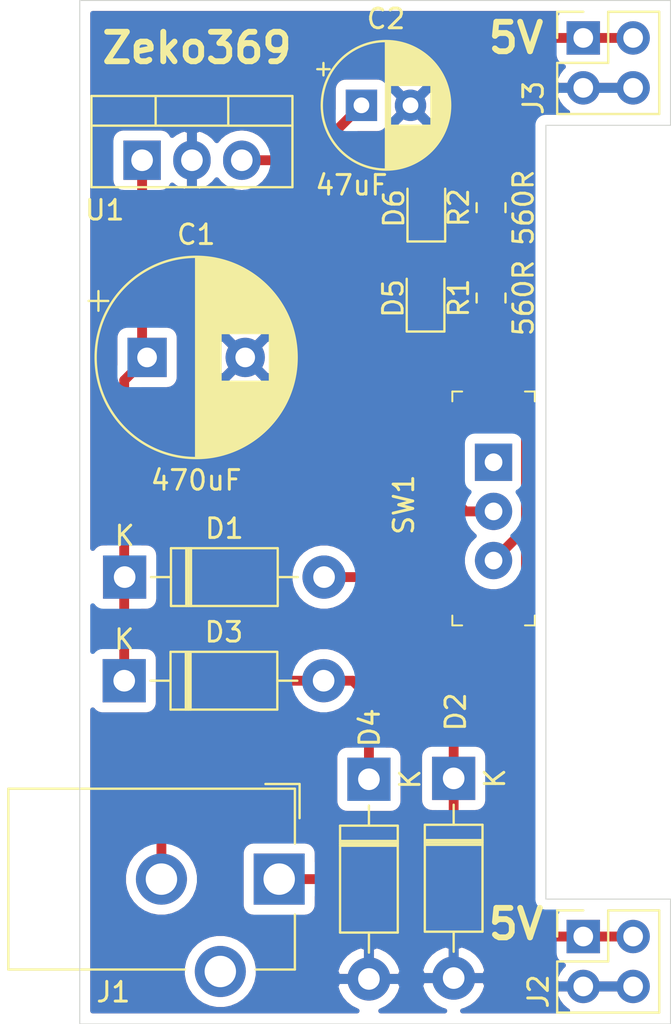
<source format=kicad_pcb>
(kicad_pcb (version 20171130) (host pcbnew "(5.1.10-1-10_14)")

  (general
    (thickness 1.6)
    (drawings 12)
    (tracks 41)
    (zones 0)
    (modules 15)
    (nets 11)
  )

  (page A4)
  (title_block
    (title "Simple breadboard PSU")
    (date 2021-10-21)
    (rev a)
    (company STEMI)
    (comment 1 "Fran Zekan")
  )

  (layers
    (0 F.Cu signal)
    (31 B.Cu signal)
    (33 F.Adhes user)
    (35 F.Paste user)
    (37 F.SilkS user)
    (38 B.Mask user)
    (39 F.Mask user)
    (40 Dwgs.User user)
    (41 Cmts.User user)
    (42 Eco1.User user)
    (43 Eco2.User user)
    (44 Edge.Cuts user)
    (45 Margin user)
    (46 B.CrtYd user)
    (47 F.CrtYd user)
    (49 F.Fab user hide)
  )

  (setup
    (last_trace_width 0.5)
    (user_trace_width 0.5)
    (trace_clearance 0.2)
    (zone_clearance 0.508)
    (zone_45_only no)
    (trace_min 0.2)
    (via_size 0.8)
    (via_drill 0.4)
    (via_min_size 0.4)
    (via_min_drill 0.3)
    (user_via 1 0.6)
    (uvia_size 0.3)
    (uvia_drill 0.1)
    (uvias_allowed no)
    (uvia_min_size 0.2)
    (uvia_min_drill 0.1)
    (edge_width 0.05)
    (segment_width 0.2)
    (pcb_text_width 0.3)
    (pcb_text_size 1.5 1.5)
    (mod_edge_width 0.12)
    (mod_text_size 1 1)
    (mod_text_width 0.15)
    (pad_size 1.524 1.524)
    (pad_drill 0.762)
    (pad_to_mask_clearance 0)
    (aux_axis_origin 0 0)
    (visible_elements FFFFFF7F)
    (pcbplotparams
      (layerselection 0x010fc_ffffffff)
      (usegerberextensions false)
      (usegerberattributes true)
      (usegerberadvancedattributes true)
      (creategerberjobfile true)
      (excludeedgelayer true)
      (linewidth 0.100000)
      (plotframeref false)
      (viasonmask false)
      (mode 1)
      (useauxorigin false)
      (hpglpennumber 1)
      (hpglpenspeed 20)
      (hpglpendiameter 15.000000)
      (psnegative false)
      (psa4output false)
      (plotreference true)
      (plotvalue true)
      (plotinvisibletext false)
      (padsonsilk false)
      (subtractmaskfromsilk false)
      (outputformat 1)
      (mirror false)
      (drillshape 1)
      (scaleselection 1)
      (outputdirectory ""))
  )

  (net 0 "")
  (net 1 /VIN)
  (net 2 /GND)
  (net 3 /VOUT)
  (net 4 /IN+)
  (net 5 /IN-)
  (net 6 "Net-(D5-Pad2)")
  (net 7 "Net-(D6-Pad2)")
  (net 8 "Net-(J1-Pad3)")
  (net 9 /VCC)
  (net 10 "Net-(SW1-Pad1)")

  (net_class Default "This is the default net class."
    (clearance 0.2)
    (trace_width 0.25)
    (via_dia 0.8)
    (via_drill 0.4)
    (uvia_dia 0.3)
    (uvia_drill 0.1)
    (add_net "Net-(D5-Pad2)")
    (add_net "Net-(D6-Pad2)")
    (add_net "Net-(J1-Pad3)")
  )

  (net_class Power ""
    (clearance 0.4)
    (trace_width 0.5)
    (via_dia 1)
    (via_drill 0.5)
    (uvia_dia 0.3)
    (uvia_drill 0.1)
    (add_net /GND)
    (add_net /IN+)
    (add_net /IN-)
    (add_net /VCC)
    (add_net /VIN)
    (add_net /VOUT)
    (add_net "Net-(SW1-Pad1)")
  )

  (module digikey-footprints:Switch_Slide_11.6x4mm_EG1218 (layer F.Cu) (tedit 5A1EC915) (tstamp 6171B82D)
    (at 109.982 86.995 270)
    (descr http://spec_sheets.e-switch.com/specs/P040040.pdf)
    (path /6173D1E7)
    (fp_text reference SW1 (at 2.159 4.572 90) (layer F.SilkS)
      (effects (font (size 1 1) (thickness 0.15)))
    )
    (fp_text value SW_DPDT_x2 (at 2.11 3.14 90) (layer F.Fab)
      (effects (font (size 1 1) (thickness 0.15)))
    )
    (fp_text user %R (at 2.5 0 90) (layer F.Fab)
      (effects (font (size 1 1) (thickness 0.15)))
    )
    (fp_line (start -3.67 2.25) (end -3.67 -2.25) (layer F.CrtYd) (width 0.05))
    (fp_line (start -3.67 2.25) (end 8.43 2.25) (layer F.CrtYd) (width 0.05))
    (fp_line (start 8.43 2.25) (end 8.43 -2.25) (layer F.CrtYd) (width 0.05))
    (fp_line (start -3.67 -2.25) (end 8.43 -2.25) (layer F.CrtYd) (width 0.05))
    (fp_line (start 8.3 2.1) (end 7.8 2.1) (layer F.SilkS) (width 0.1))
    (fp_line (start 8.3 2.1) (end 8.3 1.6) (layer F.SilkS) (width 0.1))
    (fp_line (start -3.6 2.1) (end -3.1 2.1) (layer F.SilkS) (width 0.1))
    (fp_line (start -3.6 2.1) (end -3.6 1.6) (layer F.SilkS) (width 0.1))
    (fp_line (start -3.6 -2.1) (end -3.1 -2.1) (layer F.SilkS) (width 0.1))
    (fp_line (start -3.6 -2.1) (end -3.6 -1.6) (layer F.SilkS) (width 0.1))
    (fp_line (start 8.3 -2.1) (end 8.3 -1.6) (layer F.SilkS) (width 0.1))
    (fp_line (start 8.3 -2.1) (end 7.8 -2.1) (layer F.SilkS) (width 0.1))
    (fp_line (start -3.42 2) (end 8.18 2) (layer F.Fab) (width 0.1))
    (fp_line (start 8.18 2) (end 8.18 -2) (layer F.Fab) (width 0.1))
    (fp_line (start -3.42 2) (end -3.42 -2) (layer F.Fab) (width 0.1))
    (fp_line (start -3.42 -2) (end 8.18 -2) (layer F.Fab) (width 0.1))
    (pad 3 thru_hole circle (at 5 0 270) (size 1.9 1.9) (drill 0.9) (layers *.Cu *.Mask)
      (net 9 /VCC))
    (pad 2 thru_hole circle (at 2.5 0 270) (size 1.9 1.9) (drill 0.9) (layers *.Cu *.Mask)
      (net 3 /VOUT))
    (pad 1 thru_hole rect (at 0 0 270) (size 1.9 1.9) (drill 0.9) (layers *.Cu *.Mask)
      (net 10 "Net-(SW1-Pad1)"))
  )

  (module Capacitor_THT:CP_Radial_D10.0mm_P5.00mm (layer F.Cu) (tedit 5AE50EF1) (tstamp 6171BD13)
    (at 92.329 81.661)
    (descr "CP, Radial series, Radial, pin pitch=5.00mm, , diameter=10mm, Electrolytic Capacitor")
    (tags "CP Radial series Radial pin pitch 5.00mm  diameter 10mm Electrolytic Capacitor")
    (path /617269BA)
    (fp_text reference C1 (at 2.5 -6.25) (layer F.SilkS)
      (effects (font (size 1 1) (thickness 0.15)))
    )
    (fp_text value 470uF (at 2.5 6.25) (layer F.SilkS)
      (effects (font (size 1 1) (thickness 0.15)))
    )
    (fp_line (start -2.479646 -3.375) (end -2.479646 -2.375) (layer F.SilkS) (width 0.12))
    (fp_line (start -2.979646 -2.875) (end -1.979646 -2.875) (layer F.SilkS) (width 0.12))
    (fp_line (start 7.581 -0.599) (end 7.581 0.599) (layer F.SilkS) (width 0.12))
    (fp_line (start 7.541 -0.862) (end 7.541 0.862) (layer F.SilkS) (width 0.12))
    (fp_line (start 7.501 -1.062) (end 7.501 1.062) (layer F.SilkS) (width 0.12))
    (fp_line (start 7.461 -1.23) (end 7.461 1.23) (layer F.SilkS) (width 0.12))
    (fp_line (start 7.421 -1.378) (end 7.421 1.378) (layer F.SilkS) (width 0.12))
    (fp_line (start 7.381 -1.51) (end 7.381 1.51) (layer F.SilkS) (width 0.12))
    (fp_line (start 7.341 -1.63) (end 7.341 1.63) (layer F.SilkS) (width 0.12))
    (fp_line (start 7.301 -1.742) (end 7.301 1.742) (layer F.SilkS) (width 0.12))
    (fp_line (start 7.261 -1.846) (end 7.261 1.846) (layer F.SilkS) (width 0.12))
    (fp_line (start 7.221 -1.944) (end 7.221 1.944) (layer F.SilkS) (width 0.12))
    (fp_line (start 7.181 -2.037) (end 7.181 2.037) (layer F.SilkS) (width 0.12))
    (fp_line (start 7.141 -2.125) (end 7.141 2.125) (layer F.SilkS) (width 0.12))
    (fp_line (start 7.101 -2.209) (end 7.101 2.209) (layer F.SilkS) (width 0.12))
    (fp_line (start 7.061 -2.289) (end 7.061 2.289) (layer F.SilkS) (width 0.12))
    (fp_line (start 7.021 -2.365) (end 7.021 2.365) (layer F.SilkS) (width 0.12))
    (fp_line (start 6.981 -2.439) (end 6.981 2.439) (layer F.SilkS) (width 0.12))
    (fp_line (start 6.941 -2.51) (end 6.941 2.51) (layer F.SilkS) (width 0.12))
    (fp_line (start 6.901 -2.579) (end 6.901 2.579) (layer F.SilkS) (width 0.12))
    (fp_line (start 6.861 -2.645) (end 6.861 2.645) (layer F.SilkS) (width 0.12))
    (fp_line (start 6.821 -2.709) (end 6.821 2.709) (layer F.SilkS) (width 0.12))
    (fp_line (start 6.781 -2.77) (end 6.781 2.77) (layer F.SilkS) (width 0.12))
    (fp_line (start 6.741 -2.83) (end 6.741 2.83) (layer F.SilkS) (width 0.12))
    (fp_line (start 6.701 -2.889) (end 6.701 2.889) (layer F.SilkS) (width 0.12))
    (fp_line (start 6.661 -2.945) (end 6.661 2.945) (layer F.SilkS) (width 0.12))
    (fp_line (start 6.621 -3) (end 6.621 3) (layer F.SilkS) (width 0.12))
    (fp_line (start 6.581 -3.054) (end 6.581 3.054) (layer F.SilkS) (width 0.12))
    (fp_line (start 6.541 -3.106) (end 6.541 3.106) (layer F.SilkS) (width 0.12))
    (fp_line (start 6.501 -3.156) (end 6.501 3.156) (layer F.SilkS) (width 0.12))
    (fp_line (start 6.461 -3.206) (end 6.461 3.206) (layer F.SilkS) (width 0.12))
    (fp_line (start 6.421 -3.254) (end 6.421 3.254) (layer F.SilkS) (width 0.12))
    (fp_line (start 6.381 -3.301) (end 6.381 3.301) (layer F.SilkS) (width 0.12))
    (fp_line (start 6.341 -3.347) (end 6.341 3.347) (layer F.SilkS) (width 0.12))
    (fp_line (start 6.301 -3.392) (end 6.301 3.392) (layer F.SilkS) (width 0.12))
    (fp_line (start 6.261 -3.436) (end 6.261 3.436) (layer F.SilkS) (width 0.12))
    (fp_line (start 6.221 1.241) (end 6.221 3.478) (layer F.SilkS) (width 0.12))
    (fp_line (start 6.221 -3.478) (end 6.221 -1.241) (layer F.SilkS) (width 0.12))
    (fp_line (start 6.181 1.241) (end 6.181 3.52) (layer F.SilkS) (width 0.12))
    (fp_line (start 6.181 -3.52) (end 6.181 -1.241) (layer F.SilkS) (width 0.12))
    (fp_line (start 6.141 1.241) (end 6.141 3.561) (layer F.SilkS) (width 0.12))
    (fp_line (start 6.141 -3.561) (end 6.141 -1.241) (layer F.SilkS) (width 0.12))
    (fp_line (start 6.101 1.241) (end 6.101 3.601) (layer F.SilkS) (width 0.12))
    (fp_line (start 6.101 -3.601) (end 6.101 -1.241) (layer F.SilkS) (width 0.12))
    (fp_line (start 6.061 1.241) (end 6.061 3.64) (layer F.SilkS) (width 0.12))
    (fp_line (start 6.061 -3.64) (end 6.061 -1.241) (layer F.SilkS) (width 0.12))
    (fp_line (start 6.021 1.241) (end 6.021 3.679) (layer F.SilkS) (width 0.12))
    (fp_line (start 6.021 -3.679) (end 6.021 -1.241) (layer F.SilkS) (width 0.12))
    (fp_line (start 5.981 1.241) (end 5.981 3.716) (layer F.SilkS) (width 0.12))
    (fp_line (start 5.981 -3.716) (end 5.981 -1.241) (layer F.SilkS) (width 0.12))
    (fp_line (start 5.941 1.241) (end 5.941 3.753) (layer F.SilkS) (width 0.12))
    (fp_line (start 5.941 -3.753) (end 5.941 -1.241) (layer F.SilkS) (width 0.12))
    (fp_line (start 5.901 1.241) (end 5.901 3.789) (layer F.SilkS) (width 0.12))
    (fp_line (start 5.901 -3.789) (end 5.901 -1.241) (layer F.SilkS) (width 0.12))
    (fp_line (start 5.861 1.241) (end 5.861 3.824) (layer F.SilkS) (width 0.12))
    (fp_line (start 5.861 -3.824) (end 5.861 -1.241) (layer F.SilkS) (width 0.12))
    (fp_line (start 5.821 1.241) (end 5.821 3.858) (layer F.SilkS) (width 0.12))
    (fp_line (start 5.821 -3.858) (end 5.821 -1.241) (layer F.SilkS) (width 0.12))
    (fp_line (start 5.781 1.241) (end 5.781 3.892) (layer F.SilkS) (width 0.12))
    (fp_line (start 5.781 -3.892) (end 5.781 -1.241) (layer F.SilkS) (width 0.12))
    (fp_line (start 5.741 1.241) (end 5.741 3.925) (layer F.SilkS) (width 0.12))
    (fp_line (start 5.741 -3.925) (end 5.741 -1.241) (layer F.SilkS) (width 0.12))
    (fp_line (start 5.701 1.241) (end 5.701 3.957) (layer F.SilkS) (width 0.12))
    (fp_line (start 5.701 -3.957) (end 5.701 -1.241) (layer F.SilkS) (width 0.12))
    (fp_line (start 5.661 1.241) (end 5.661 3.989) (layer F.SilkS) (width 0.12))
    (fp_line (start 5.661 -3.989) (end 5.661 -1.241) (layer F.SilkS) (width 0.12))
    (fp_line (start 5.621 1.241) (end 5.621 4.02) (layer F.SilkS) (width 0.12))
    (fp_line (start 5.621 -4.02) (end 5.621 -1.241) (layer F.SilkS) (width 0.12))
    (fp_line (start 5.581 1.241) (end 5.581 4.05) (layer F.SilkS) (width 0.12))
    (fp_line (start 5.581 -4.05) (end 5.581 -1.241) (layer F.SilkS) (width 0.12))
    (fp_line (start 5.541 1.241) (end 5.541 4.08) (layer F.SilkS) (width 0.12))
    (fp_line (start 5.541 -4.08) (end 5.541 -1.241) (layer F.SilkS) (width 0.12))
    (fp_line (start 5.501 1.241) (end 5.501 4.11) (layer F.SilkS) (width 0.12))
    (fp_line (start 5.501 -4.11) (end 5.501 -1.241) (layer F.SilkS) (width 0.12))
    (fp_line (start 5.461 1.241) (end 5.461 4.138) (layer F.SilkS) (width 0.12))
    (fp_line (start 5.461 -4.138) (end 5.461 -1.241) (layer F.SilkS) (width 0.12))
    (fp_line (start 5.421 1.241) (end 5.421 4.166) (layer F.SilkS) (width 0.12))
    (fp_line (start 5.421 -4.166) (end 5.421 -1.241) (layer F.SilkS) (width 0.12))
    (fp_line (start 5.381 1.241) (end 5.381 4.194) (layer F.SilkS) (width 0.12))
    (fp_line (start 5.381 -4.194) (end 5.381 -1.241) (layer F.SilkS) (width 0.12))
    (fp_line (start 5.341 1.241) (end 5.341 4.221) (layer F.SilkS) (width 0.12))
    (fp_line (start 5.341 -4.221) (end 5.341 -1.241) (layer F.SilkS) (width 0.12))
    (fp_line (start 5.301 1.241) (end 5.301 4.247) (layer F.SilkS) (width 0.12))
    (fp_line (start 5.301 -4.247) (end 5.301 -1.241) (layer F.SilkS) (width 0.12))
    (fp_line (start 5.261 1.241) (end 5.261 4.273) (layer F.SilkS) (width 0.12))
    (fp_line (start 5.261 -4.273) (end 5.261 -1.241) (layer F.SilkS) (width 0.12))
    (fp_line (start 5.221 1.241) (end 5.221 4.298) (layer F.SilkS) (width 0.12))
    (fp_line (start 5.221 -4.298) (end 5.221 -1.241) (layer F.SilkS) (width 0.12))
    (fp_line (start 5.181 1.241) (end 5.181 4.323) (layer F.SilkS) (width 0.12))
    (fp_line (start 5.181 -4.323) (end 5.181 -1.241) (layer F.SilkS) (width 0.12))
    (fp_line (start 5.141 1.241) (end 5.141 4.347) (layer F.SilkS) (width 0.12))
    (fp_line (start 5.141 -4.347) (end 5.141 -1.241) (layer F.SilkS) (width 0.12))
    (fp_line (start 5.101 1.241) (end 5.101 4.371) (layer F.SilkS) (width 0.12))
    (fp_line (start 5.101 -4.371) (end 5.101 -1.241) (layer F.SilkS) (width 0.12))
    (fp_line (start 5.061 1.241) (end 5.061 4.395) (layer F.SilkS) (width 0.12))
    (fp_line (start 5.061 -4.395) (end 5.061 -1.241) (layer F.SilkS) (width 0.12))
    (fp_line (start 5.021 1.241) (end 5.021 4.417) (layer F.SilkS) (width 0.12))
    (fp_line (start 5.021 -4.417) (end 5.021 -1.241) (layer F.SilkS) (width 0.12))
    (fp_line (start 4.981 1.241) (end 4.981 4.44) (layer F.SilkS) (width 0.12))
    (fp_line (start 4.981 -4.44) (end 4.981 -1.241) (layer F.SilkS) (width 0.12))
    (fp_line (start 4.941 1.241) (end 4.941 4.462) (layer F.SilkS) (width 0.12))
    (fp_line (start 4.941 -4.462) (end 4.941 -1.241) (layer F.SilkS) (width 0.12))
    (fp_line (start 4.901 1.241) (end 4.901 4.483) (layer F.SilkS) (width 0.12))
    (fp_line (start 4.901 -4.483) (end 4.901 -1.241) (layer F.SilkS) (width 0.12))
    (fp_line (start 4.861 1.241) (end 4.861 4.504) (layer F.SilkS) (width 0.12))
    (fp_line (start 4.861 -4.504) (end 4.861 -1.241) (layer F.SilkS) (width 0.12))
    (fp_line (start 4.821 1.241) (end 4.821 4.525) (layer F.SilkS) (width 0.12))
    (fp_line (start 4.821 -4.525) (end 4.821 -1.241) (layer F.SilkS) (width 0.12))
    (fp_line (start 4.781 1.241) (end 4.781 4.545) (layer F.SilkS) (width 0.12))
    (fp_line (start 4.781 -4.545) (end 4.781 -1.241) (layer F.SilkS) (width 0.12))
    (fp_line (start 4.741 1.241) (end 4.741 4.564) (layer F.SilkS) (width 0.12))
    (fp_line (start 4.741 -4.564) (end 4.741 -1.241) (layer F.SilkS) (width 0.12))
    (fp_line (start 4.701 1.241) (end 4.701 4.584) (layer F.SilkS) (width 0.12))
    (fp_line (start 4.701 -4.584) (end 4.701 -1.241) (layer F.SilkS) (width 0.12))
    (fp_line (start 4.661 1.241) (end 4.661 4.603) (layer F.SilkS) (width 0.12))
    (fp_line (start 4.661 -4.603) (end 4.661 -1.241) (layer F.SilkS) (width 0.12))
    (fp_line (start 4.621 1.241) (end 4.621 4.621) (layer F.SilkS) (width 0.12))
    (fp_line (start 4.621 -4.621) (end 4.621 -1.241) (layer F.SilkS) (width 0.12))
    (fp_line (start 4.581 1.241) (end 4.581 4.639) (layer F.SilkS) (width 0.12))
    (fp_line (start 4.581 -4.639) (end 4.581 -1.241) (layer F.SilkS) (width 0.12))
    (fp_line (start 4.541 1.241) (end 4.541 4.657) (layer F.SilkS) (width 0.12))
    (fp_line (start 4.541 -4.657) (end 4.541 -1.241) (layer F.SilkS) (width 0.12))
    (fp_line (start 4.501 1.241) (end 4.501 4.674) (layer F.SilkS) (width 0.12))
    (fp_line (start 4.501 -4.674) (end 4.501 -1.241) (layer F.SilkS) (width 0.12))
    (fp_line (start 4.461 1.241) (end 4.461 4.69) (layer F.SilkS) (width 0.12))
    (fp_line (start 4.461 -4.69) (end 4.461 -1.241) (layer F.SilkS) (width 0.12))
    (fp_line (start 4.421 1.241) (end 4.421 4.707) (layer F.SilkS) (width 0.12))
    (fp_line (start 4.421 -4.707) (end 4.421 -1.241) (layer F.SilkS) (width 0.12))
    (fp_line (start 4.381 1.241) (end 4.381 4.723) (layer F.SilkS) (width 0.12))
    (fp_line (start 4.381 -4.723) (end 4.381 -1.241) (layer F.SilkS) (width 0.12))
    (fp_line (start 4.341 1.241) (end 4.341 4.738) (layer F.SilkS) (width 0.12))
    (fp_line (start 4.341 -4.738) (end 4.341 -1.241) (layer F.SilkS) (width 0.12))
    (fp_line (start 4.301 1.241) (end 4.301 4.754) (layer F.SilkS) (width 0.12))
    (fp_line (start 4.301 -4.754) (end 4.301 -1.241) (layer F.SilkS) (width 0.12))
    (fp_line (start 4.261 1.241) (end 4.261 4.768) (layer F.SilkS) (width 0.12))
    (fp_line (start 4.261 -4.768) (end 4.261 -1.241) (layer F.SilkS) (width 0.12))
    (fp_line (start 4.221 1.241) (end 4.221 4.783) (layer F.SilkS) (width 0.12))
    (fp_line (start 4.221 -4.783) (end 4.221 -1.241) (layer F.SilkS) (width 0.12))
    (fp_line (start 4.181 1.241) (end 4.181 4.797) (layer F.SilkS) (width 0.12))
    (fp_line (start 4.181 -4.797) (end 4.181 -1.241) (layer F.SilkS) (width 0.12))
    (fp_line (start 4.141 1.241) (end 4.141 4.811) (layer F.SilkS) (width 0.12))
    (fp_line (start 4.141 -4.811) (end 4.141 -1.241) (layer F.SilkS) (width 0.12))
    (fp_line (start 4.101 1.241) (end 4.101 4.824) (layer F.SilkS) (width 0.12))
    (fp_line (start 4.101 -4.824) (end 4.101 -1.241) (layer F.SilkS) (width 0.12))
    (fp_line (start 4.061 1.241) (end 4.061 4.837) (layer F.SilkS) (width 0.12))
    (fp_line (start 4.061 -4.837) (end 4.061 -1.241) (layer F.SilkS) (width 0.12))
    (fp_line (start 4.021 1.241) (end 4.021 4.85) (layer F.SilkS) (width 0.12))
    (fp_line (start 4.021 -4.85) (end 4.021 -1.241) (layer F.SilkS) (width 0.12))
    (fp_line (start 3.981 1.241) (end 3.981 4.862) (layer F.SilkS) (width 0.12))
    (fp_line (start 3.981 -4.862) (end 3.981 -1.241) (layer F.SilkS) (width 0.12))
    (fp_line (start 3.941 1.241) (end 3.941 4.874) (layer F.SilkS) (width 0.12))
    (fp_line (start 3.941 -4.874) (end 3.941 -1.241) (layer F.SilkS) (width 0.12))
    (fp_line (start 3.901 1.241) (end 3.901 4.885) (layer F.SilkS) (width 0.12))
    (fp_line (start 3.901 -4.885) (end 3.901 -1.241) (layer F.SilkS) (width 0.12))
    (fp_line (start 3.861 1.241) (end 3.861 4.897) (layer F.SilkS) (width 0.12))
    (fp_line (start 3.861 -4.897) (end 3.861 -1.241) (layer F.SilkS) (width 0.12))
    (fp_line (start 3.821 1.241) (end 3.821 4.907) (layer F.SilkS) (width 0.12))
    (fp_line (start 3.821 -4.907) (end 3.821 -1.241) (layer F.SilkS) (width 0.12))
    (fp_line (start 3.781 1.241) (end 3.781 4.918) (layer F.SilkS) (width 0.12))
    (fp_line (start 3.781 -4.918) (end 3.781 -1.241) (layer F.SilkS) (width 0.12))
    (fp_line (start 3.741 -4.928) (end 3.741 4.928) (layer F.SilkS) (width 0.12))
    (fp_line (start 3.701 -4.938) (end 3.701 4.938) (layer F.SilkS) (width 0.12))
    (fp_line (start 3.661 -4.947) (end 3.661 4.947) (layer F.SilkS) (width 0.12))
    (fp_line (start 3.621 -4.956) (end 3.621 4.956) (layer F.SilkS) (width 0.12))
    (fp_line (start 3.581 -4.965) (end 3.581 4.965) (layer F.SilkS) (width 0.12))
    (fp_line (start 3.541 -4.974) (end 3.541 4.974) (layer F.SilkS) (width 0.12))
    (fp_line (start 3.501 -4.982) (end 3.501 4.982) (layer F.SilkS) (width 0.12))
    (fp_line (start 3.461 -4.99) (end 3.461 4.99) (layer F.SilkS) (width 0.12))
    (fp_line (start 3.421 -4.997) (end 3.421 4.997) (layer F.SilkS) (width 0.12))
    (fp_line (start 3.381 -5.004) (end 3.381 5.004) (layer F.SilkS) (width 0.12))
    (fp_line (start 3.341 -5.011) (end 3.341 5.011) (layer F.SilkS) (width 0.12))
    (fp_line (start 3.301 -5.018) (end 3.301 5.018) (layer F.SilkS) (width 0.12))
    (fp_line (start 3.261 -5.024) (end 3.261 5.024) (layer F.SilkS) (width 0.12))
    (fp_line (start 3.221 -5.03) (end 3.221 5.03) (layer F.SilkS) (width 0.12))
    (fp_line (start 3.18 -5.035) (end 3.18 5.035) (layer F.SilkS) (width 0.12))
    (fp_line (start 3.14 -5.04) (end 3.14 5.04) (layer F.SilkS) (width 0.12))
    (fp_line (start 3.1 -5.045) (end 3.1 5.045) (layer F.SilkS) (width 0.12))
    (fp_line (start 3.06 -5.05) (end 3.06 5.05) (layer F.SilkS) (width 0.12))
    (fp_line (start 3.02 -5.054) (end 3.02 5.054) (layer F.SilkS) (width 0.12))
    (fp_line (start 2.98 -5.058) (end 2.98 5.058) (layer F.SilkS) (width 0.12))
    (fp_line (start 2.94 -5.062) (end 2.94 5.062) (layer F.SilkS) (width 0.12))
    (fp_line (start 2.9 -5.065) (end 2.9 5.065) (layer F.SilkS) (width 0.12))
    (fp_line (start 2.86 -5.068) (end 2.86 5.068) (layer F.SilkS) (width 0.12))
    (fp_line (start 2.82 -5.07) (end 2.82 5.07) (layer F.SilkS) (width 0.12))
    (fp_line (start 2.78 -5.073) (end 2.78 5.073) (layer F.SilkS) (width 0.12))
    (fp_line (start 2.74 -5.075) (end 2.74 5.075) (layer F.SilkS) (width 0.12))
    (fp_line (start 2.7 -5.077) (end 2.7 5.077) (layer F.SilkS) (width 0.12))
    (fp_line (start 2.66 -5.078) (end 2.66 5.078) (layer F.SilkS) (width 0.12))
    (fp_line (start 2.62 -5.079) (end 2.62 5.079) (layer F.SilkS) (width 0.12))
    (fp_line (start 2.58 -5.08) (end 2.58 5.08) (layer F.SilkS) (width 0.12))
    (fp_line (start 2.54 -5.08) (end 2.54 5.08) (layer F.SilkS) (width 0.12))
    (fp_line (start 2.5 -5.08) (end 2.5 5.08) (layer F.SilkS) (width 0.12))
    (fp_line (start -1.288861 -2.6875) (end -1.288861 -1.6875) (layer F.Fab) (width 0.1))
    (fp_line (start -1.788861 -2.1875) (end -0.788861 -2.1875) (layer F.Fab) (width 0.1))
    (fp_circle (center 2.5 0) (end 7.75 0) (layer F.CrtYd) (width 0.05))
    (fp_circle (center 2.5 0) (end 7.62 0) (layer F.SilkS) (width 0.12))
    (fp_circle (center 2.5 0) (end 7.5 0) (layer F.Fab) (width 0.1))
    (fp_text user %R (at 2.5 0) (layer F.Fab)
      (effects (font (size 1 1) (thickness 0.15)))
    )
    (pad 1 thru_hole rect (at 0 0) (size 2 2) (drill 1) (layers *.Cu *.Mask)
      (net 1 /VIN))
    (pad 2 thru_hole circle (at 5 0) (size 2 2) (drill 1) (layers *.Cu *.Mask)
      (net 2 /GND))
    (model ${KISYS3DMOD}/Capacitor_THT.3dshapes/CP_Radial_D10.0mm_P5.00mm.wrl
      (at (xyz 0 0 0))
      (scale (xyz 1 1 1))
      (rotate (xyz 0 0 0))
    )
  )

  (module Capacitor_THT:CP_Radial_D6.3mm_P2.50mm (layer F.Cu) (tedit 5AE50EF0) (tstamp 6171BB22)
    (at 103.251 68.834)
    (descr "CP, Radial series, Radial, pin pitch=2.50mm, , diameter=6.3mm, Electrolytic Capacitor")
    (tags "CP Radial series Radial pin pitch 2.50mm  diameter 6.3mm Electrolytic Capacitor")
    (path /61727455)
    (fp_text reference C2 (at 1.25 -4.4) (layer F.SilkS)
      (effects (font (size 1 1) (thickness 0.15)))
    )
    (fp_text value 47uF (at -0.508 4.064) (layer F.SilkS)
      (effects (font (size 1 1) (thickness 0.15)))
    )
    (fp_line (start -1.935241 -2.154) (end -1.935241 -1.524) (layer F.SilkS) (width 0.12))
    (fp_line (start -2.250241 -1.839) (end -1.620241 -1.839) (layer F.SilkS) (width 0.12))
    (fp_line (start 4.491 -0.402) (end 4.491 0.402) (layer F.SilkS) (width 0.12))
    (fp_line (start 4.451 -0.633) (end 4.451 0.633) (layer F.SilkS) (width 0.12))
    (fp_line (start 4.411 -0.802) (end 4.411 0.802) (layer F.SilkS) (width 0.12))
    (fp_line (start 4.371 -0.94) (end 4.371 0.94) (layer F.SilkS) (width 0.12))
    (fp_line (start 4.331 -1.059) (end 4.331 1.059) (layer F.SilkS) (width 0.12))
    (fp_line (start 4.291 -1.165) (end 4.291 1.165) (layer F.SilkS) (width 0.12))
    (fp_line (start 4.251 -1.262) (end 4.251 1.262) (layer F.SilkS) (width 0.12))
    (fp_line (start 4.211 -1.35) (end 4.211 1.35) (layer F.SilkS) (width 0.12))
    (fp_line (start 4.171 -1.432) (end 4.171 1.432) (layer F.SilkS) (width 0.12))
    (fp_line (start 4.131 -1.509) (end 4.131 1.509) (layer F.SilkS) (width 0.12))
    (fp_line (start 4.091 -1.581) (end 4.091 1.581) (layer F.SilkS) (width 0.12))
    (fp_line (start 4.051 -1.65) (end 4.051 1.65) (layer F.SilkS) (width 0.12))
    (fp_line (start 4.011 -1.714) (end 4.011 1.714) (layer F.SilkS) (width 0.12))
    (fp_line (start 3.971 -1.776) (end 3.971 1.776) (layer F.SilkS) (width 0.12))
    (fp_line (start 3.931 -1.834) (end 3.931 1.834) (layer F.SilkS) (width 0.12))
    (fp_line (start 3.891 -1.89) (end 3.891 1.89) (layer F.SilkS) (width 0.12))
    (fp_line (start 3.851 -1.944) (end 3.851 1.944) (layer F.SilkS) (width 0.12))
    (fp_line (start 3.811 -1.995) (end 3.811 1.995) (layer F.SilkS) (width 0.12))
    (fp_line (start 3.771 -2.044) (end 3.771 2.044) (layer F.SilkS) (width 0.12))
    (fp_line (start 3.731 -2.092) (end 3.731 2.092) (layer F.SilkS) (width 0.12))
    (fp_line (start 3.691 -2.137) (end 3.691 2.137) (layer F.SilkS) (width 0.12))
    (fp_line (start 3.651 -2.182) (end 3.651 2.182) (layer F.SilkS) (width 0.12))
    (fp_line (start 3.611 -2.224) (end 3.611 2.224) (layer F.SilkS) (width 0.12))
    (fp_line (start 3.571 -2.265) (end 3.571 2.265) (layer F.SilkS) (width 0.12))
    (fp_line (start 3.531 1.04) (end 3.531 2.305) (layer F.SilkS) (width 0.12))
    (fp_line (start 3.531 -2.305) (end 3.531 -1.04) (layer F.SilkS) (width 0.12))
    (fp_line (start 3.491 1.04) (end 3.491 2.343) (layer F.SilkS) (width 0.12))
    (fp_line (start 3.491 -2.343) (end 3.491 -1.04) (layer F.SilkS) (width 0.12))
    (fp_line (start 3.451 1.04) (end 3.451 2.38) (layer F.SilkS) (width 0.12))
    (fp_line (start 3.451 -2.38) (end 3.451 -1.04) (layer F.SilkS) (width 0.12))
    (fp_line (start 3.411 1.04) (end 3.411 2.416) (layer F.SilkS) (width 0.12))
    (fp_line (start 3.411 -2.416) (end 3.411 -1.04) (layer F.SilkS) (width 0.12))
    (fp_line (start 3.371 1.04) (end 3.371 2.45) (layer F.SilkS) (width 0.12))
    (fp_line (start 3.371 -2.45) (end 3.371 -1.04) (layer F.SilkS) (width 0.12))
    (fp_line (start 3.331 1.04) (end 3.331 2.484) (layer F.SilkS) (width 0.12))
    (fp_line (start 3.331 -2.484) (end 3.331 -1.04) (layer F.SilkS) (width 0.12))
    (fp_line (start 3.291 1.04) (end 3.291 2.516) (layer F.SilkS) (width 0.12))
    (fp_line (start 3.291 -2.516) (end 3.291 -1.04) (layer F.SilkS) (width 0.12))
    (fp_line (start 3.251 1.04) (end 3.251 2.548) (layer F.SilkS) (width 0.12))
    (fp_line (start 3.251 -2.548) (end 3.251 -1.04) (layer F.SilkS) (width 0.12))
    (fp_line (start 3.211 1.04) (end 3.211 2.578) (layer F.SilkS) (width 0.12))
    (fp_line (start 3.211 -2.578) (end 3.211 -1.04) (layer F.SilkS) (width 0.12))
    (fp_line (start 3.171 1.04) (end 3.171 2.607) (layer F.SilkS) (width 0.12))
    (fp_line (start 3.171 -2.607) (end 3.171 -1.04) (layer F.SilkS) (width 0.12))
    (fp_line (start 3.131 1.04) (end 3.131 2.636) (layer F.SilkS) (width 0.12))
    (fp_line (start 3.131 -2.636) (end 3.131 -1.04) (layer F.SilkS) (width 0.12))
    (fp_line (start 3.091 1.04) (end 3.091 2.664) (layer F.SilkS) (width 0.12))
    (fp_line (start 3.091 -2.664) (end 3.091 -1.04) (layer F.SilkS) (width 0.12))
    (fp_line (start 3.051 1.04) (end 3.051 2.69) (layer F.SilkS) (width 0.12))
    (fp_line (start 3.051 -2.69) (end 3.051 -1.04) (layer F.SilkS) (width 0.12))
    (fp_line (start 3.011 1.04) (end 3.011 2.716) (layer F.SilkS) (width 0.12))
    (fp_line (start 3.011 -2.716) (end 3.011 -1.04) (layer F.SilkS) (width 0.12))
    (fp_line (start 2.971 1.04) (end 2.971 2.742) (layer F.SilkS) (width 0.12))
    (fp_line (start 2.971 -2.742) (end 2.971 -1.04) (layer F.SilkS) (width 0.12))
    (fp_line (start 2.931 1.04) (end 2.931 2.766) (layer F.SilkS) (width 0.12))
    (fp_line (start 2.931 -2.766) (end 2.931 -1.04) (layer F.SilkS) (width 0.12))
    (fp_line (start 2.891 1.04) (end 2.891 2.79) (layer F.SilkS) (width 0.12))
    (fp_line (start 2.891 -2.79) (end 2.891 -1.04) (layer F.SilkS) (width 0.12))
    (fp_line (start 2.851 1.04) (end 2.851 2.812) (layer F.SilkS) (width 0.12))
    (fp_line (start 2.851 -2.812) (end 2.851 -1.04) (layer F.SilkS) (width 0.12))
    (fp_line (start 2.811 1.04) (end 2.811 2.834) (layer F.SilkS) (width 0.12))
    (fp_line (start 2.811 -2.834) (end 2.811 -1.04) (layer F.SilkS) (width 0.12))
    (fp_line (start 2.771 1.04) (end 2.771 2.856) (layer F.SilkS) (width 0.12))
    (fp_line (start 2.771 -2.856) (end 2.771 -1.04) (layer F.SilkS) (width 0.12))
    (fp_line (start 2.731 1.04) (end 2.731 2.876) (layer F.SilkS) (width 0.12))
    (fp_line (start 2.731 -2.876) (end 2.731 -1.04) (layer F.SilkS) (width 0.12))
    (fp_line (start 2.691 1.04) (end 2.691 2.896) (layer F.SilkS) (width 0.12))
    (fp_line (start 2.691 -2.896) (end 2.691 -1.04) (layer F.SilkS) (width 0.12))
    (fp_line (start 2.651 1.04) (end 2.651 2.916) (layer F.SilkS) (width 0.12))
    (fp_line (start 2.651 -2.916) (end 2.651 -1.04) (layer F.SilkS) (width 0.12))
    (fp_line (start 2.611 1.04) (end 2.611 2.934) (layer F.SilkS) (width 0.12))
    (fp_line (start 2.611 -2.934) (end 2.611 -1.04) (layer F.SilkS) (width 0.12))
    (fp_line (start 2.571 1.04) (end 2.571 2.952) (layer F.SilkS) (width 0.12))
    (fp_line (start 2.571 -2.952) (end 2.571 -1.04) (layer F.SilkS) (width 0.12))
    (fp_line (start 2.531 1.04) (end 2.531 2.97) (layer F.SilkS) (width 0.12))
    (fp_line (start 2.531 -2.97) (end 2.531 -1.04) (layer F.SilkS) (width 0.12))
    (fp_line (start 2.491 1.04) (end 2.491 2.986) (layer F.SilkS) (width 0.12))
    (fp_line (start 2.491 -2.986) (end 2.491 -1.04) (layer F.SilkS) (width 0.12))
    (fp_line (start 2.451 1.04) (end 2.451 3.002) (layer F.SilkS) (width 0.12))
    (fp_line (start 2.451 -3.002) (end 2.451 -1.04) (layer F.SilkS) (width 0.12))
    (fp_line (start 2.411 1.04) (end 2.411 3.018) (layer F.SilkS) (width 0.12))
    (fp_line (start 2.411 -3.018) (end 2.411 -1.04) (layer F.SilkS) (width 0.12))
    (fp_line (start 2.371 1.04) (end 2.371 3.033) (layer F.SilkS) (width 0.12))
    (fp_line (start 2.371 -3.033) (end 2.371 -1.04) (layer F.SilkS) (width 0.12))
    (fp_line (start 2.331 1.04) (end 2.331 3.047) (layer F.SilkS) (width 0.12))
    (fp_line (start 2.331 -3.047) (end 2.331 -1.04) (layer F.SilkS) (width 0.12))
    (fp_line (start 2.291 1.04) (end 2.291 3.061) (layer F.SilkS) (width 0.12))
    (fp_line (start 2.291 -3.061) (end 2.291 -1.04) (layer F.SilkS) (width 0.12))
    (fp_line (start 2.251 1.04) (end 2.251 3.074) (layer F.SilkS) (width 0.12))
    (fp_line (start 2.251 -3.074) (end 2.251 -1.04) (layer F.SilkS) (width 0.12))
    (fp_line (start 2.211 1.04) (end 2.211 3.086) (layer F.SilkS) (width 0.12))
    (fp_line (start 2.211 -3.086) (end 2.211 -1.04) (layer F.SilkS) (width 0.12))
    (fp_line (start 2.171 1.04) (end 2.171 3.098) (layer F.SilkS) (width 0.12))
    (fp_line (start 2.171 -3.098) (end 2.171 -1.04) (layer F.SilkS) (width 0.12))
    (fp_line (start 2.131 1.04) (end 2.131 3.11) (layer F.SilkS) (width 0.12))
    (fp_line (start 2.131 -3.11) (end 2.131 -1.04) (layer F.SilkS) (width 0.12))
    (fp_line (start 2.091 1.04) (end 2.091 3.121) (layer F.SilkS) (width 0.12))
    (fp_line (start 2.091 -3.121) (end 2.091 -1.04) (layer F.SilkS) (width 0.12))
    (fp_line (start 2.051 1.04) (end 2.051 3.131) (layer F.SilkS) (width 0.12))
    (fp_line (start 2.051 -3.131) (end 2.051 -1.04) (layer F.SilkS) (width 0.12))
    (fp_line (start 2.011 1.04) (end 2.011 3.141) (layer F.SilkS) (width 0.12))
    (fp_line (start 2.011 -3.141) (end 2.011 -1.04) (layer F.SilkS) (width 0.12))
    (fp_line (start 1.971 1.04) (end 1.971 3.15) (layer F.SilkS) (width 0.12))
    (fp_line (start 1.971 -3.15) (end 1.971 -1.04) (layer F.SilkS) (width 0.12))
    (fp_line (start 1.93 1.04) (end 1.93 3.159) (layer F.SilkS) (width 0.12))
    (fp_line (start 1.93 -3.159) (end 1.93 -1.04) (layer F.SilkS) (width 0.12))
    (fp_line (start 1.89 1.04) (end 1.89 3.167) (layer F.SilkS) (width 0.12))
    (fp_line (start 1.89 -3.167) (end 1.89 -1.04) (layer F.SilkS) (width 0.12))
    (fp_line (start 1.85 1.04) (end 1.85 3.175) (layer F.SilkS) (width 0.12))
    (fp_line (start 1.85 -3.175) (end 1.85 -1.04) (layer F.SilkS) (width 0.12))
    (fp_line (start 1.81 1.04) (end 1.81 3.182) (layer F.SilkS) (width 0.12))
    (fp_line (start 1.81 -3.182) (end 1.81 -1.04) (layer F.SilkS) (width 0.12))
    (fp_line (start 1.77 1.04) (end 1.77 3.189) (layer F.SilkS) (width 0.12))
    (fp_line (start 1.77 -3.189) (end 1.77 -1.04) (layer F.SilkS) (width 0.12))
    (fp_line (start 1.73 1.04) (end 1.73 3.195) (layer F.SilkS) (width 0.12))
    (fp_line (start 1.73 -3.195) (end 1.73 -1.04) (layer F.SilkS) (width 0.12))
    (fp_line (start 1.69 1.04) (end 1.69 3.201) (layer F.SilkS) (width 0.12))
    (fp_line (start 1.69 -3.201) (end 1.69 -1.04) (layer F.SilkS) (width 0.12))
    (fp_line (start 1.65 1.04) (end 1.65 3.206) (layer F.SilkS) (width 0.12))
    (fp_line (start 1.65 -3.206) (end 1.65 -1.04) (layer F.SilkS) (width 0.12))
    (fp_line (start 1.61 1.04) (end 1.61 3.211) (layer F.SilkS) (width 0.12))
    (fp_line (start 1.61 -3.211) (end 1.61 -1.04) (layer F.SilkS) (width 0.12))
    (fp_line (start 1.57 1.04) (end 1.57 3.215) (layer F.SilkS) (width 0.12))
    (fp_line (start 1.57 -3.215) (end 1.57 -1.04) (layer F.SilkS) (width 0.12))
    (fp_line (start 1.53 1.04) (end 1.53 3.218) (layer F.SilkS) (width 0.12))
    (fp_line (start 1.53 -3.218) (end 1.53 -1.04) (layer F.SilkS) (width 0.12))
    (fp_line (start 1.49 1.04) (end 1.49 3.222) (layer F.SilkS) (width 0.12))
    (fp_line (start 1.49 -3.222) (end 1.49 -1.04) (layer F.SilkS) (width 0.12))
    (fp_line (start 1.45 -3.224) (end 1.45 3.224) (layer F.SilkS) (width 0.12))
    (fp_line (start 1.41 -3.227) (end 1.41 3.227) (layer F.SilkS) (width 0.12))
    (fp_line (start 1.37 -3.228) (end 1.37 3.228) (layer F.SilkS) (width 0.12))
    (fp_line (start 1.33 -3.23) (end 1.33 3.23) (layer F.SilkS) (width 0.12))
    (fp_line (start 1.29 -3.23) (end 1.29 3.23) (layer F.SilkS) (width 0.12))
    (fp_line (start 1.25 -3.23) (end 1.25 3.23) (layer F.SilkS) (width 0.12))
    (fp_line (start -1.128972 -1.6885) (end -1.128972 -1.0585) (layer F.Fab) (width 0.1))
    (fp_line (start -1.443972 -1.3735) (end -0.813972 -1.3735) (layer F.Fab) (width 0.1))
    (fp_circle (center 1.25 0) (end 4.65 0) (layer F.CrtYd) (width 0.05))
    (fp_circle (center 1.25 0) (end 4.52 0) (layer F.SilkS) (width 0.12))
    (fp_circle (center 1.25 0) (end 4.4 0) (layer F.Fab) (width 0.1))
    (fp_text user %R (at 1.25 0) (layer F.Fab)
      (effects (font (size 1 1) (thickness 0.15)))
    )
    (pad 1 thru_hole rect (at 0 0) (size 1.6 1.6) (drill 0.8) (layers *.Cu *.Mask)
      (net 3 /VOUT))
    (pad 2 thru_hole circle (at 2.5 0) (size 1.6 1.6) (drill 0.8) (layers *.Cu *.Mask)
      (net 2 /GND))
    (model ${KISYS3DMOD}/Capacitor_THT.3dshapes/CP_Radial_D6.3mm_P2.50mm.wrl
      (at (xyz 0 0 0))
      (scale (xyz 1 1 1))
      (rotate (xyz 0 0 0))
    )
  )

  (module Diode_THT:D_DO-41_SOD81_P10.16mm_Horizontal (layer F.Cu) (tedit 5AE50CD5) (tstamp 6171BF7F)
    (at 91.186 92.837)
    (descr "Diode, DO-41_SOD81 series, Axial, Horizontal, pin pitch=10.16mm, , length*diameter=5.2*2.7mm^2, , http://www.diodes.com/_files/packages/DO-41%20(Plastic).pdf")
    (tags "Diode DO-41_SOD81 series Axial Horizontal pin pitch 10.16mm  length 5.2mm diameter 2.7mm")
    (path /61732E3D)
    (fp_text reference D1 (at 5.08 -2.47) (layer F.SilkS)
      (effects (font (size 1 1) (thickness 0.15)))
    )
    (fp_text value 1N4007 (at 5.08 2.47) (layer F.Fab)
      (effects (font (size 1 1) (thickness 0.15)))
    )
    (fp_line (start 11.51 -1.6) (end -1.35 -1.6) (layer F.CrtYd) (width 0.05))
    (fp_line (start 11.51 1.6) (end 11.51 -1.6) (layer F.CrtYd) (width 0.05))
    (fp_line (start -1.35 1.6) (end 11.51 1.6) (layer F.CrtYd) (width 0.05))
    (fp_line (start -1.35 -1.6) (end -1.35 1.6) (layer F.CrtYd) (width 0.05))
    (fp_line (start 3.14 -1.47) (end 3.14 1.47) (layer F.SilkS) (width 0.12))
    (fp_line (start 3.38 -1.47) (end 3.38 1.47) (layer F.SilkS) (width 0.12))
    (fp_line (start 3.26 -1.47) (end 3.26 1.47) (layer F.SilkS) (width 0.12))
    (fp_line (start 8.82 0) (end 7.8 0) (layer F.SilkS) (width 0.12))
    (fp_line (start 1.34 0) (end 2.36 0) (layer F.SilkS) (width 0.12))
    (fp_line (start 7.8 -1.47) (end 2.36 -1.47) (layer F.SilkS) (width 0.12))
    (fp_line (start 7.8 1.47) (end 7.8 -1.47) (layer F.SilkS) (width 0.12))
    (fp_line (start 2.36 1.47) (end 7.8 1.47) (layer F.SilkS) (width 0.12))
    (fp_line (start 2.36 -1.47) (end 2.36 1.47) (layer F.SilkS) (width 0.12))
    (fp_line (start 3.16 -1.35) (end 3.16 1.35) (layer F.Fab) (width 0.1))
    (fp_line (start 3.36 -1.35) (end 3.36 1.35) (layer F.Fab) (width 0.1))
    (fp_line (start 3.26 -1.35) (end 3.26 1.35) (layer F.Fab) (width 0.1))
    (fp_line (start 10.16 0) (end 7.68 0) (layer F.Fab) (width 0.1))
    (fp_line (start 0 0) (end 2.48 0) (layer F.Fab) (width 0.1))
    (fp_line (start 7.68 -1.35) (end 2.48 -1.35) (layer F.Fab) (width 0.1))
    (fp_line (start 7.68 1.35) (end 7.68 -1.35) (layer F.Fab) (width 0.1))
    (fp_line (start 2.48 1.35) (end 7.68 1.35) (layer F.Fab) (width 0.1))
    (fp_line (start 2.48 -1.35) (end 2.48 1.35) (layer F.Fab) (width 0.1))
    (fp_text user %R (at 5.47 0) (layer F.Fab)
      (effects (font (size 1 1) (thickness 0.15)))
    )
    (fp_text user K (at 0 -2.1) (layer F.Fab)
      (effects (font (size 1 1) (thickness 0.15)))
    )
    (fp_text user K (at 0 -2.1) (layer F.SilkS)
      (effects (font (size 1 1) (thickness 0.15)))
    )
    (pad 1 thru_hole rect (at 0 0) (size 2.2 2.2) (drill 1.1) (layers *.Cu *.Mask)
      (net 1 /VIN))
    (pad 2 thru_hole oval (at 10.16 0) (size 2.2 2.2) (drill 1.1) (layers *.Cu *.Mask)
      (net 4 /IN+))
    (model ${KISYS3DMOD}/Diode_THT.3dshapes/D_DO-41_SOD81_P10.16mm_Horizontal.wrl
      (at (xyz 0 0 0))
      (scale (xyz 1 1 1))
      (rotate (xyz 0 0 0))
    )
  )

  (module Diode_THT:D_DO-41_SOD81_P10.16mm_Horizontal (layer F.Cu) (tedit 5AE50CD5) (tstamp 6171B9F9)
    (at 107.95 103.079001 270)
    (descr "Diode, DO-41_SOD81 series, Axial, Horizontal, pin pitch=10.16mm, , length*diameter=5.2*2.7mm^2, , http://www.diodes.com/_files/packages/DO-41%20(Plastic).pdf")
    (tags "Diode DO-41_SOD81 series Axial Horizontal pin pitch 10.16mm  length 5.2mm diameter 2.7mm")
    (path /61734778)
    (fp_text reference D2 (at -3.384001 -0.101001 90) (layer F.SilkS)
      (effects (font (size 1 1) (thickness 0.15)))
    )
    (fp_text value 1N4007 (at 5.08 2.47 90) (layer F.Fab)
      (effects (font (size 1 1) (thickness 0.15)))
    )
    (fp_line (start 11.51 -1.6) (end -1.35 -1.6) (layer F.CrtYd) (width 0.05))
    (fp_line (start 11.51 1.6) (end 11.51 -1.6) (layer F.CrtYd) (width 0.05))
    (fp_line (start -1.35 1.6) (end 11.51 1.6) (layer F.CrtYd) (width 0.05))
    (fp_line (start -1.35 -1.6) (end -1.35 1.6) (layer F.CrtYd) (width 0.05))
    (fp_line (start 3.14 -1.47) (end 3.14 1.47) (layer F.SilkS) (width 0.12))
    (fp_line (start 3.38 -1.47) (end 3.38 1.47) (layer F.SilkS) (width 0.12))
    (fp_line (start 3.26 -1.47) (end 3.26 1.47) (layer F.SilkS) (width 0.12))
    (fp_line (start 8.82 0) (end 7.8 0) (layer F.SilkS) (width 0.12))
    (fp_line (start 1.34 0) (end 2.36 0) (layer F.SilkS) (width 0.12))
    (fp_line (start 7.8 -1.47) (end 2.36 -1.47) (layer F.SilkS) (width 0.12))
    (fp_line (start 7.8 1.47) (end 7.8 -1.47) (layer F.SilkS) (width 0.12))
    (fp_line (start 2.36 1.47) (end 7.8 1.47) (layer F.SilkS) (width 0.12))
    (fp_line (start 2.36 -1.47) (end 2.36 1.47) (layer F.SilkS) (width 0.12))
    (fp_line (start 3.16 -1.35) (end 3.16 1.35) (layer F.Fab) (width 0.1))
    (fp_line (start 3.36 -1.35) (end 3.36 1.35) (layer F.Fab) (width 0.1))
    (fp_line (start 3.26 -1.35) (end 3.26 1.35) (layer F.Fab) (width 0.1))
    (fp_line (start 10.16 0) (end 7.68 0) (layer F.Fab) (width 0.1))
    (fp_line (start 0 0) (end 2.48 0) (layer F.Fab) (width 0.1))
    (fp_line (start 7.68 -1.35) (end 2.48 -1.35) (layer F.Fab) (width 0.1))
    (fp_line (start 7.68 1.35) (end 7.68 -1.35) (layer F.Fab) (width 0.1))
    (fp_line (start 2.48 1.35) (end 7.68 1.35) (layer F.Fab) (width 0.1))
    (fp_line (start 2.48 -1.35) (end 2.48 1.35) (layer F.Fab) (width 0.1))
    (fp_text user %R (at 5.47 0 90) (layer F.Fab)
      (effects (font (size 1 1) (thickness 0.15)))
    )
    (fp_text user K (at 0 -2.1 90) (layer F.Fab)
      (effects (font (size 1 1) (thickness 0.15)))
    )
    (fp_text user K (at 0 -2.1 90) (layer F.SilkS)
      (effects (font (size 1 1) (thickness 0.15)))
    )
    (pad 1 thru_hole rect (at 0 0 270) (size 2.2 2.2) (drill 1.1) (layers *.Cu *.Mask)
      (net 4 /IN+))
    (pad 2 thru_hole oval (at 10.16 0 270) (size 2.2 2.2) (drill 1.1) (layers *.Cu *.Mask)
      (net 2 /GND))
    (model ${KISYS3DMOD}/Diode_THT.3dshapes/D_DO-41_SOD81_P10.16mm_Horizontal.wrl
      (at (xyz 0 0 0))
      (scale (xyz 1 1 1))
      (rotate (xyz 0 0 0))
    )
  )

  (module Diode_THT:D_DO-41_SOD81_P10.16mm_Horizontal (layer F.Cu) (tedit 5AE50CD5) (tstamp 6171B99F)
    (at 91.164001 98.109001)
    (descr "Diode, DO-41_SOD81 series, Axial, Horizontal, pin pitch=10.16mm, , length*diameter=5.2*2.7mm^2, , http://www.diodes.com/_files/packages/DO-41%20(Plastic).pdf")
    (tags "Diode DO-41_SOD81 series Axial Horizontal pin pitch 10.16mm  length 5.2mm diameter 2.7mm")
    (path /6173401C)
    (fp_text reference D3 (at 5.08 -2.47) (layer F.SilkS)
      (effects (font (size 1 1) (thickness 0.15)))
    )
    (fp_text value 1N4007 (at 5.08 2.47) (layer F.Fab)
      (effects (font (size 1 1) (thickness 0.15)))
    )
    (fp_text user K (at 0 -2.1) (layer F.SilkS)
      (effects (font (size 1 1) (thickness 0.15)))
    )
    (fp_text user K (at 0 -2.1) (layer F.Fab)
      (effects (font (size 1 1) (thickness 0.15)))
    )
    (fp_text user %R (at 5.47 0) (layer F.Fab)
      (effects (font (size 1 1) (thickness 0.15)))
    )
    (fp_line (start 2.48 -1.35) (end 2.48 1.35) (layer F.Fab) (width 0.1))
    (fp_line (start 2.48 1.35) (end 7.68 1.35) (layer F.Fab) (width 0.1))
    (fp_line (start 7.68 1.35) (end 7.68 -1.35) (layer F.Fab) (width 0.1))
    (fp_line (start 7.68 -1.35) (end 2.48 -1.35) (layer F.Fab) (width 0.1))
    (fp_line (start 0 0) (end 2.48 0) (layer F.Fab) (width 0.1))
    (fp_line (start 10.16 0) (end 7.68 0) (layer F.Fab) (width 0.1))
    (fp_line (start 3.26 -1.35) (end 3.26 1.35) (layer F.Fab) (width 0.1))
    (fp_line (start 3.36 -1.35) (end 3.36 1.35) (layer F.Fab) (width 0.1))
    (fp_line (start 3.16 -1.35) (end 3.16 1.35) (layer F.Fab) (width 0.1))
    (fp_line (start 2.36 -1.47) (end 2.36 1.47) (layer F.SilkS) (width 0.12))
    (fp_line (start 2.36 1.47) (end 7.8 1.47) (layer F.SilkS) (width 0.12))
    (fp_line (start 7.8 1.47) (end 7.8 -1.47) (layer F.SilkS) (width 0.12))
    (fp_line (start 7.8 -1.47) (end 2.36 -1.47) (layer F.SilkS) (width 0.12))
    (fp_line (start 1.34 0) (end 2.36 0) (layer F.SilkS) (width 0.12))
    (fp_line (start 8.82 0) (end 7.8 0) (layer F.SilkS) (width 0.12))
    (fp_line (start 3.26 -1.47) (end 3.26 1.47) (layer F.SilkS) (width 0.12))
    (fp_line (start 3.38 -1.47) (end 3.38 1.47) (layer F.SilkS) (width 0.12))
    (fp_line (start 3.14 -1.47) (end 3.14 1.47) (layer F.SilkS) (width 0.12))
    (fp_line (start -1.35 -1.6) (end -1.35 1.6) (layer F.CrtYd) (width 0.05))
    (fp_line (start -1.35 1.6) (end 11.51 1.6) (layer F.CrtYd) (width 0.05))
    (fp_line (start 11.51 1.6) (end 11.51 -1.6) (layer F.CrtYd) (width 0.05))
    (fp_line (start 11.51 -1.6) (end -1.35 -1.6) (layer F.CrtYd) (width 0.05))
    (pad 2 thru_hole oval (at 10.16 0) (size 2.2 2.2) (drill 1.1) (layers *.Cu *.Mask)
      (net 5 /IN-))
    (pad 1 thru_hole rect (at 0 0) (size 2.2 2.2) (drill 1.1) (layers *.Cu *.Mask)
      (net 1 /VIN))
    (model ${KISYS3DMOD}/Diode_THT.3dshapes/D_DO-41_SOD81_P10.16mm_Horizontal.wrl
      (at (xyz 0 0 0))
      (scale (xyz 1 1 1))
      (rotate (xyz 0 0 0))
    )
  )

  (module Diode_THT:D_DO-41_SOD81_P10.16mm_Horizontal (layer F.Cu) (tedit 5AE50CD5) (tstamp 6171B945)
    (at 103.632 103.124 270)
    (descr "Diode, DO-41_SOD81 series, Axial, Horizontal, pin pitch=10.16mm, , length*diameter=5.2*2.7mm^2, , http://www.diodes.com/_files/packages/DO-41%20(Plastic).pdf")
    (tags "Diode DO-41_SOD81 series Axial Horizontal pin pitch 10.16mm  length 5.2mm diameter 2.7mm")
    (path /61735AD8)
    (fp_text reference D4 (at -2.622001 -0.033001 90) (layer F.SilkS)
      (effects (font (size 1 1) (thickness 0.15)))
    )
    (fp_text value 1N4007 (at 5.08 2.47 90) (layer F.Fab)
      (effects (font (size 1 1) (thickness 0.15)))
    )
    (fp_text user K (at 0 -2.1 90) (layer F.SilkS)
      (effects (font (size 1 1) (thickness 0.15)))
    )
    (fp_text user K (at 0 -2.1 90) (layer F.Fab)
      (effects (font (size 1 1) (thickness 0.15)))
    )
    (fp_text user %R (at 5.47 0 90) (layer F.Fab)
      (effects (font (size 1 1) (thickness 0.15)))
    )
    (fp_line (start 2.48 -1.35) (end 2.48 1.35) (layer F.Fab) (width 0.1))
    (fp_line (start 2.48 1.35) (end 7.68 1.35) (layer F.Fab) (width 0.1))
    (fp_line (start 7.68 1.35) (end 7.68 -1.35) (layer F.Fab) (width 0.1))
    (fp_line (start 7.68 -1.35) (end 2.48 -1.35) (layer F.Fab) (width 0.1))
    (fp_line (start 0 0) (end 2.48 0) (layer F.Fab) (width 0.1))
    (fp_line (start 10.16 0) (end 7.68 0) (layer F.Fab) (width 0.1))
    (fp_line (start 3.26 -1.35) (end 3.26 1.35) (layer F.Fab) (width 0.1))
    (fp_line (start 3.36 -1.35) (end 3.36 1.35) (layer F.Fab) (width 0.1))
    (fp_line (start 3.16 -1.35) (end 3.16 1.35) (layer F.Fab) (width 0.1))
    (fp_line (start 2.36 -1.47) (end 2.36 1.47) (layer F.SilkS) (width 0.12))
    (fp_line (start 2.36 1.47) (end 7.8 1.47) (layer F.SilkS) (width 0.12))
    (fp_line (start 7.8 1.47) (end 7.8 -1.47) (layer F.SilkS) (width 0.12))
    (fp_line (start 7.8 -1.47) (end 2.36 -1.47) (layer F.SilkS) (width 0.12))
    (fp_line (start 1.34 0) (end 2.36 0) (layer F.SilkS) (width 0.12))
    (fp_line (start 8.82 0) (end 7.8 0) (layer F.SilkS) (width 0.12))
    (fp_line (start 3.26 -1.47) (end 3.26 1.47) (layer F.SilkS) (width 0.12))
    (fp_line (start 3.38 -1.47) (end 3.38 1.47) (layer F.SilkS) (width 0.12))
    (fp_line (start 3.14 -1.47) (end 3.14 1.47) (layer F.SilkS) (width 0.12))
    (fp_line (start -1.35 -1.6) (end -1.35 1.6) (layer F.CrtYd) (width 0.05))
    (fp_line (start -1.35 1.6) (end 11.51 1.6) (layer F.CrtYd) (width 0.05))
    (fp_line (start 11.51 1.6) (end 11.51 -1.6) (layer F.CrtYd) (width 0.05))
    (fp_line (start 11.51 -1.6) (end -1.35 -1.6) (layer F.CrtYd) (width 0.05))
    (pad 2 thru_hole oval (at 10.16 0 270) (size 2.2 2.2) (drill 1.1) (layers *.Cu *.Mask)
      (net 2 /GND))
    (pad 1 thru_hole rect (at 0 0 270) (size 2.2 2.2) (drill 1.1) (layers *.Cu *.Mask)
      (net 5 /IN-))
    (model ${KISYS3DMOD}/Diode_THT.3dshapes/D_DO-41_SOD81_P10.16mm_Horizontal.wrl
      (at (xyz 0 0 0))
      (scale (xyz 1 1 1))
      (rotate (xyz 0 0 0))
    )
  )

  (module LED_SMD:LED_0805_2012Metric (layer F.Cu) (tedit 5F68FEF1) (tstamp 6171B903)
    (at 106.518001 78.657999 90)
    (descr "LED SMD 0805 (2012 Metric), square (rectangular) end terminal, IPC_7351 nominal, (Body size source: https://docs.google.com/spreadsheets/d/1BsfQQcO9C6DZCsRaXUlFlo91Tg2WpOkGARC1WS5S8t0/edit?usp=sharing), generated with kicad-footprint-generator")
    (tags LED)
    (path /61719518)
    (attr smd)
    (fp_text reference D5 (at 0 -1.65 90) (layer F.SilkS)
      (effects (font (size 1 1) (thickness 0.15)))
    )
    (fp_text value LED (at 0 1.65 90) (layer F.Fab)
      (effects (font (size 1 1) (thickness 0.15)))
    )
    (fp_line (start 1.68 0.95) (end -1.68 0.95) (layer F.CrtYd) (width 0.05))
    (fp_line (start 1.68 -0.95) (end 1.68 0.95) (layer F.CrtYd) (width 0.05))
    (fp_line (start -1.68 -0.95) (end 1.68 -0.95) (layer F.CrtYd) (width 0.05))
    (fp_line (start -1.68 0.95) (end -1.68 -0.95) (layer F.CrtYd) (width 0.05))
    (fp_line (start -1.685 0.96) (end 1 0.96) (layer F.SilkS) (width 0.12))
    (fp_line (start -1.685 -0.96) (end -1.685 0.96) (layer F.SilkS) (width 0.12))
    (fp_line (start 1 -0.96) (end -1.685 -0.96) (layer F.SilkS) (width 0.12))
    (fp_line (start 1 0.6) (end 1 -0.6) (layer F.Fab) (width 0.1))
    (fp_line (start -1 0.6) (end 1 0.6) (layer F.Fab) (width 0.1))
    (fp_line (start -1 -0.3) (end -1 0.6) (layer F.Fab) (width 0.1))
    (fp_line (start -0.7 -0.6) (end -1 -0.3) (layer F.Fab) (width 0.1))
    (fp_line (start 1 -0.6) (end -0.7 -0.6) (layer F.Fab) (width 0.1))
    (fp_text user %R (at 0 0 90) (layer F.Fab)
      (effects (font (size 0.5 0.5) (thickness 0.08)))
    )
    (pad 1 smd roundrect (at -0.9375 0 90) (size 0.975 1.4) (layers F.Cu F.Paste F.Mask) (roundrect_rratio 0.25)
      (net 2 /GND))
    (pad 2 smd roundrect (at 0.9375 0 90) (size 0.975 1.4) (layers F.Cu F.Paste F.Mask) (roundrect_rratio 0.25)
      (net 6 "Net-(D5-Pad2)"))
    (model ${KISYS3DMOD}/LED_SMD.3dshapes/LED_0805_2012Metric.wrl
      (at (xyz 0 0 0))
      (scale (xyz 1 1 1))
      (rotate (xyz 0 0 0))
    )
  )

  (module LED_SMD:LED_0805_2012Metric (layer F.Cu) (tedit 5F68FEF1) (tstamp 6171B8CD)
    (at 106.557001 74.075999 90)
    (descr "LED SMD 0805 (2012 Metric), square (rectangular) end terminal, IPC_7351 nominal, (Body size source: https://docs.google.com/spreadsheets/d/1BsfQQcO9C6DZCsRaXUlFlo91Tg2WpOkGARC1WS5S8t0/edit?usp=sharing), generated with kicad-footprint-generator")
    (tags LED)
    (path /6172D78A)
    (attr smd)
    (fp_text reference D6 (at 0 -1.65 90) (layer F.SilkS)
      (effects (font (size 1 1) (thickness 0.15)))
    )
    (fp_text value LED (at 0 1.65 90) (layer F.Fab)
      (effects (font (size 1 1) (thickness 0.15)))
    )
    (fp_text user %R (at 0 0 90) (layer F.Fab)
      (effects (font (size 0.5 0.5) (thickness 0.08)))
    )
    (fp_line (start 1 -0.6) (end -0.7 -0.6) (layer F.Fab) (width 0.1))
    (fp_line (start -0.7 -0.6) (end -1 -0.3) (layer F.Fab) (width 0.1))
    (fp_line (start -1 -0.3) (end -1 0.6) (layer F.Fab) (width 0.1))
    (fp_line (start -1 0.6) (end 1 0.6) (layer F.Fab) (width 0.1))
    (fp_line (start 1 0.6) (end 1 -0.6) (layer F.Fab) (width 0.1))
    (fp_line (start 1 -0.96) (end -1.685 -0.96) (layer F.SilkS) (width 0.12))
    (fp_line (start -1.685 -0.96) (end -1.685 0.96) (layer F.SilkS) (width 0.12))
    (fp_line (start -1.685 0.96) (end 1 0.96) (layer F.SilkS) (width 0.12))
    (fp_line (start -1.68 0.95) (end -1.68 -0.95) (layer F.CrtYd) (width 0.05))
    (fp_line (start -1.68 -0.95) (end 1.68 -0.95) (layer F.CrtYd) (width 0.05))
    (fp_line (start 1.68 -0.95) (end 1.68 0.95) (layer F.CrtYd) (width 0.05))
    (fp_line (start 1.68 0.95) (end -1.68 0.95) (layer F.CrtYd) (width 0.05))
    (pad 2 smd roundrect (at 0.9375 0 90) (size 0.975 1.4) (layers F.Cu F.Paste F.Mask) (roundrect_rratio 0.25)
      (net 7 "Net-(D6-Pad2)"))
    (pad 1 smd roundrect (at -0.9375 0 90) (size 0.975 1.4) (layers F.Cu F.Paste F.Mask) (roundrect_rratio 0.25)
      (net 2 /GND))
    (model ${KISYS3DMOD}/LED_SMD.3dshapes/LED_0805_2012Metric.wrl
      (at (xyz 0 0 0))
      (scale (xyz 1 1 1))
      (rotate (xyz 0 0 0))
    )
  )

  (module Connector_BarrelJack:BarrelJack_CUI_PJ-102AH_Horizontal (layer F.Cu) (tedit 5A1DBF38) (tstamp 6171A607)
    (at 99.06 108.204 270)
    (descr "Thin-pin DC Barrel Jack, https://cdn-shop.adafruit.com/datasheets/21mmdcjackDatasheet.pdf")
    (tags "Power Jack")
    (path /617422A4)
    (fp_text reference J1 (at 5.75 8.45) (layer F.SilkS)
      (effects (font (size 1 1) (thickness 0.15)))
    )
    (fp_text value Barrel_Jack_Switch (at -5.5 6.2) (layer F.Fab)
      (effects (font (size 1 1) (thickness 0.15)))
    )
    (fp_line (start -4.5 10.2) (end 4.5 10.2) (layer F.Fab) (width 0.1))
    (fp_line (start -3.5 -0.7) (end 4.5 -0.7) (layer F.Fab) (width 0.1))
    (fp_line (start -4.5 0.3) (end -3.5 -0.7) (layer F.Fab) (width 0.1))
    (fp_line (start -4.5 13.7) (end -4.5 0.3) (layer F.Fab) (width 0.1))
    (fp_line (start 4.5 13.7) (end -4.5 13.7) (layer F.Fab) (width 0.1))
    (fp_line (start 4.5 -0.7) (end 4.5 13.7) (layer F.Fab) (width 0.1))
    (fp_line (start -4.84 -1.04) (end -3.1 -1.04) (layer F.SilkS) (width 0.12))
    (fp_line (start -4.84 0.7) (end -4.84 -1.04) (layer F.SilkS) (width 0.12))
    (fp_line (start 4.6 -0.8) (end 4.6 1.2) (layer F.SilkS) (width 0.12))
    (fp_line (start 1.8 -0.8) (end 4.6 -0.8) (layer F.SilkS) (width 0.12))
    (fp_line (start -4.6 -0.8) (end -1.8 -0.8) (layer F.SilkS) (width 0.12))
    (fp_line (start -4.6 13.8) (end -4.6 -0.8) (layer F.SilkS) (width 0.12))
    (fp_line (start 4.6 13.8) (end -4.6 13.8) (layer F.SilkS) (width 0.12))
    (fp_line (start 4.6 4.8) (end 4.6 13.8) (layer F.SilkS) (width 0.12))
    (fp_line (start -1.8 -1.8) (end 1.8 -1.8) (layer F.CrtYd) (width 0.05))
    (fp_line (start -1.8 -1.2) (end -1.8 -1.8) (layer F.CrtYd) (width 0.05))
    (fp_line (start -5 -1.2) (end -1.8 -1.2) (layer F.CrtYd) (width 0.05))
    (fp_line (start -5 14.2) (end -5 -1.2) (layer F.CrtYd) (width 0.05))
    (fp_line (start 5 14.2) (end -5 14.2) (layer F.CrtYd) (width 0.05))
    (fp_line (start 5 4.8) (end 5 14.2) (layer F.CrtYd) (width 0.05))
    (fp_line (start 6.5 4.8) (end 5 4.8) (layer F.CrtYd) (width 0.05))
    (fp_line (start 6.5 1.2) (end 6.5 4.8) (layer F.CrtYd) (width 0.05))
    (fp_line (start 5 1.2) (end 6.5 1.2) (layer F.CrtYd) (width 0.05))
    (fp_line (start 5 -1.2) (end 5 1.2) (layer F.CrtYd) (width 0.05))
    (fp_line (start 1.8 -1.2) (end 5 -1.2) (layer F.CrtYd) (width 0.05))
    (fp_line (start 1.8 -1.8) (end 1.8 -1.2) (layer F.CrtYd) (width 0.05))
    (fp_text user %R (at 0 6.5 90) (layer F.Fab)
      (effects (font (size 1 1) (thickness 0.15)))
    )
    (pad 1 thru_hole rect (at 0 0 270) (size 2.6 2.6) (drill 1.6) (layers *.Cu *.Mask)
      (net 4 /IN+))
    (pad 2 thru_hole circle (at 0 6 270) (size 2.6 2.6) (drill 1.6) (layers *.Cu *.Mask)
      (net 5 /IN-))
    (pad 3 thru_hole circle (at 4.7 3 270) (size 2.6 2.6) (drill 1.6) (layers *.Cu *.Mask)
      (net 8 "Net-(J1-Pad3)"))
    (model ${KISYS3DMOD}/Connector_BarrelJack.3dshapes/BarrelJack_CUI_PJ-102AH_Horizontal.wrl
      (at (xyz 0 0 0))
      (scale (xyz 1 1 1))
      (rotate (xyz 0 0 0))
    )
  )

  (module Connector_PinHeader_2.54mm:PinHeader_2x02_P2.54mm_Vertical locked (layer F.Cu) (tedit 59FED5CC) (tstamp 6171E779)
    (at 114.554 111.125)
    (descr "Through hole straight pin header, 2x02, 2.54mm pitch, double rows")
    (tags "Through hole pin header THT 2x02 2.54mm double row")
    (path /6173FEA7)
    (fp_text reference J2 (at -2.286 2.794 90) (layer F.SilkS)
      (effects (font (size 1 1) (thickness 0.15)))
    )
    (fp_text value Conn_02x02_Odd_Even (at 1.27 4.87) (layer F.Fab)
      (effects (font (size 1 1) (thickness 0.15)))
    )
    (fp_line (start 4.35 -1.8) (end -1.8 -1.8) (layer F.CrtYd) (width 0.05))
    (fp_line (start 4.35 4.35) (end 4.35 -1.8) (layer F.CrtYd) (width 0.05))
    (fp_line (start -1.8 4.35) (end 4.35 4.35) (layer F.CrtYd) (width 0.05))
    (fp_line (start -1.8 -1.8) (end -1.8 4.35) (layer F.CrtYd) (width 0.05))
    (fp_line (start -1.33 -1.33) (end 0 -1.33) (layer F.SilkS) (width 0.12))
    (fp_line (start -1.33 0) (end -1.33 -1.33) (layer F.SilkS) (width 0.12))
    (fp_line (start 1.27 -1.33) (end 3.87 -1.33) (layer F.SilkS) (width 0.12))
    (fp_line (start 1.27 1.27) (end 1.27 -1.33) (layer F.SilkS) (width 0.12))
    (fp_line (start -1.33 1.27) (end 1.27 1.27) (layer F.SilkS) (width 0.12))
    (fp_line (start 3.87 -1.33) (end 3.87 3.87) (layer F.SilkS) (width 0.12))
    (fp_line (start -1.33 1.27) (end -1.33 3.87) (layer F.SilkS) (width 0.12))
    (fp_line (start -1.33 3.87) (end 3.87 3.87) (layer F.SilkS) (width 0.12))
    (fp_line (start -1.27 0) (end 0 -1.27) (layer F.Fab) (width 0.1))
    (fp_line (start -1.27 3.81) (end -1.27 0) (layer F.Fab) (width 0.1))
    (fp_line (start 3.81 3.81) (end -1.27 3.81) (layer F.Fab) (width 0.1))
    (fp_line (start 3.81 -1.27) (end 3.81 3.81) (layer F.Fab) (width 0.1))
    (fp_line (start 0 -1.27) (end 3.81 -1.27) (layer F.Fab) (width 0.1))
    (fp_text user %R (at 1.27 1.27 90) (layer F.Fab)
      (effects (font (size 1 1) (thickness 0.15)))
    )
    (pad 1 thru_hole rect (at 0 0) (size 1.7 1.7) (drill 1) (layers *.Cu *.Mask)
      (net 9 /VCC))
    (pad 2 thru_hole oval (at 2.54 0) (size 1.7 1.7) (drill 1) (layers *.Cu *.Mask)
      (net 9 /VCC))
    (pad 3 thru_hole oval (at 0 2.54) (size 1.7 1.7) (drill 1) (layers *.Cu *.Mask)
      (net 2 /GND))
    (pad 4 thru_hole oval (at 2.54 2.54) (size 1.7 1.7) (drill 1) (layers *.Cu *.Mask)
      (net 2 /GND))
    (model ${KISYS3DMOD}/Connector_PinHeader_2.54mm.3dshapes/PinHeader_2x02_P2.54mm_Vertical.wrl
      (at (xyz 0 0 0))
      (scale (xyz 1 1 1))
      (rotate (xyz 0 0 0))
    )
  )

  (module Connector_PinHeader_2.54mm:PinHeader_2x02_P2.54mm_Vertical locked (layer F.Cu) (tedit 59FED5CC) (tstamp 6171B2D1)
    (at 114.554 65.405)
    (descr "Through hole straight pin header, 2x02, 2.54mm pitch, double rows")
    (tags "Through hole pin header THT 2x02 2.54mm double row")
    (path /61740E4B)
    (fp_text reference J3 (at -2.54 3.048 90) (layer F.SilkS)
      (effects (font (size 1 1) (thickness 0.15)))
    )
    (fp_text value Conn_02x02_Odd_Even (at 1.27 4.87) (layer F.Fab)
      (effects (font (size 1 1) (thickness 0.15)))
    )
    (fp_text user %R (at 1.27 1.27 90) (layer F.Fab)
      (effects (font (size 1 1) (thickness 0.15)))
    )
    (fp_line (start 0 -1.27) (end 3.81 -1.27) (layer F.Fab) (width 0.1))
    (fp_line (start 3.81 -1.27) (end 3.81 3.81) (layer F.Fab) (width 0.1))
    (fp_line (start 3.81 3.81) (end -1.27 3.81) (layer F.Fab) (width 0.1))
    (fp_line (start -1.27 3.81) (end -1.27 0) (layer F.Fab) (width 0.1))
    (fp_line (start -1.27 0) (end 0 -1.27) (layer F.Fab) (width 0.1))
    (fp_line (start -1.33 3.87) (end 3.87 3.87) (layer F.SilkS) (width 0.12))
    (fp_line (start -1.33 1.27) (end -1.33 3.87) (layer F.SilkS) (width 0.12))
    (fp_line (start 3.87 -1.33) (end 3.87 3.87) (layer F.SilkS) (width 0.12))
    (fp_line (start -1.33 1.27) (end 1.27 1.27) (layer F.SilkS) (width 0.12))
    (fp_line (start 1.27 1.27) (end 1.27 -1.33) (layer F.SilkS) (width 0.12))
    (fp_line (start 1.27 -1.33) (end 3.87 -1.33) (layer F.SilkS) (width 0.12))
    (fp_line (start -1.33 0) (end -1.33 -1.33) (layer F.SilkS) (width 0.12))
    (fp_line (start -1.33 -1.33) (end 0 -1.33) (layer F.SilkS) (width 0.12))
    (fp_line (start -1.8 -1.8) (end -1.8 4.35) (layer F.CrtYd) (width 0.05))
    (fp_line (start -1.8 4.35) (end 4.35 4.35) (layer F.CrtYd) (width 0.05))
    (fp_line (start 4.35 4.35) (end 4.35 -1.8) (layer F.CrtYd) (width 0.05))
    (fp_line (start 4.35 -1.8) (end -1.8 -1.8) (layer F.CrtYd) (width 0.05))
    (pad 4 thru_hole oval (at 2.54 2.54) (size 1.7 1.7) (drill 1) (layers *.Cu *.Mask)
      (net 2 /GND))
    (pad 3 thru_hole oval (at 0 2.54) (size 1.7 1.7) (drill 1) (layers *.Cu *.Mask)
      (net 2 /GND))
    (pad 2 thru_hole oval (at 2.54 0) (size 1.7 1.7) (drill 1) (layers *.Cu *.Mask)
      (net 9 /VCC))
    (pad 1 thru_hole rect (at 0 0) (size 1.7 1.7) (drill 1) (layers *.Cu *.Mask)
      (net 9 /VCC))
    (model ${KISYS3DMOD}/Connector_PinHeader_2.54mm.3dshapes/PinHeader_2x02_P2.54mm_Vertical.wrl
      (at (xyz 0 0 0))
      (scale (xyz 1 1 1))
      (rotate (xyz 0 0 0))
    )
  )

  (module Resistor_SMD:R_0805_2012Metric (layer F.Cu) (tedit 5F68FEEE) (tstamp 6171C78A)
    (at 109.855 78.6365 90)
    (descr "Resistor SMD 0805 (2012 Metric), square (rectangular) end terminal, IPC_7351 nominal, (Body size source: IPC-SM-782 page 72, https://www.pcb-3d.com/wordpress/wp-content/uploads/ipc-sm-782a_amendment_1_and_2.pdf), generated with kicad-footprint-generator")
    (tags resistor)
    (path /6171BECD)
    (attr smd)
    (fp_text reference R1 (at 0 -1.65 90) (layer F.SilkS)
      (effects (font (size 1 1) (thickness 0.15)))
    )
    (fp_text value 560R (at 0 1.65 90) (layer F.SilkS)
      (effects (font (size 1 1) (thickness 0.15)))
    )
    (fp_line (start 1.68 0.95) (end -1.68 0.95) (layer F.CrtYd) (width 0.05))
    (fp_line (start 1.68 -0.95) (end 1.68 0.95) (layer F.CrtYd) (width 0.05))
    (fp_line (start -1.68 -0.95) (end 1.68 -0.95) (layer F.CrtYd) (width 0.05))
    (fp_line (start -1.68 0.95) (end -1.68 -0.95) (layer F.CrtYd) (width 0.05))
    (fp_line (start -0.227064 0.735) (end 0.227064 0.735) (layer F.SilkS) (width 0.12))
    (fp_line (start -0.227064 -0.735) (end 0.227064 -0.735) (layer F.SilkS) (width 0.12))
    (fp_line (start 1 0.625) (end -1 0.625) (layer F.Fab) (width 0.1))
    (fp_line (start 1 -0.625) (end 1 0.625) (layer F.Fab) (width 0.1))
    (fp_line (start -1 -0.625) (end 1 -0.625) (layer F.Fab) (width 0.1))
    (fp_line (start -1 0.625) (end -1 -0.625) (layer F.Fab) (width 0.1))
    (fp_text user %R (at 0 0 90) (layer F.Fab)
      (effects (font (size 0.5 0.5) (thickness 0.08)))
    )
    (pad 1 smd roundrect (at -0.9125 0 90) (size 1.025 1.4) (layers F.Cu F.Paste F.Mask) (roundrect_rratio 0.243902)
      (net 3 /VOUT))
    (pad 2 smd roundrect (at 0.9125 0 90) (size 1.025 1.4) (layers F.Cu F.Paste F.Mask) (roundrect_rratio 0.243902)
      (net 6 "Net-(D5-Pad2)"))
    (model ${KISYS3DMOD}/Resistor_SMD.3dshapes/R_0805_2012Metric.wrl
      (at (xyz 0 0 0))
      (scale (xyz 1 1 1))
      (rotate (xyz 0 0 0))
    )
  )

  (module Resistor_SMD:R_0805_2012Metric (layer F.Cu) (tedit 5F68FEEE) (tstamp 6171B86B)
    (at 109.855 74.041 90)
    (descr "Resistor SMD 0805 (2012 Metric), square (rectangular) end terminal, IPC_7351 nominal, (Body size source: IPC-SM-782 page 72, https://www.pcb-3d.com/wordpress/wp-content/uploads/ipc-sm-782a_amendment_1_and_2.pdf), generated with kicad-footprint-generator")
    (tags resistor)
    (path /6172F691)
    (attr smd)
    (fp_text reference R2 (at 0 -1.65 90) (layer F.SilkS)
      (effects (font (size 1 1) (thickness 0.15)))
    )
    (fp_text value 560R (at 0 1.65 90) (layer F.SilkS)
      (effects (font (size 1 1) (thickness 0.15)))
    )
    (fp_text user %R (at 0 0 90) (layer F.Fab)
      (effects (font (size 0.5 0.5) (thickness 0.08)))
    )
    (fp_line (start -1 0.625) (end -1 -0.625) (layer F.Fab) (width 0.1))
    (fp_line (start -1 -0.625) (end 1 -0.625) (layer F.Fab) (width 0.1))
    (fp_line (start 1 -0.625) (end 1 0.625) (layer F.Fab) (width 0.1))
    (fp_line (start 1 0.625) (end -1 0.625) (layer F.Fab) (width 0.1))
    (fp_line (start -0.227064 -0.735) (end 0.227064 -0.735) (layer F.SilkS) (width 0.12))
    (fp_line (start -0.227064 0.735) (end 0.227064 0.735) (layer F.SilkS) (width 0.12))
    (fp_line (start -1.68 0.95) (end -1.68 -0.95) (layer F.CrtYd) (width 0.05))
    (fp_line (start -1.68 -0.95) (end 1.68 -0.95) (layer F.CrtYd) (width 0.05))
    (fp_line (start 1.68 -0.95) (end 1.68 0.95) (layer F.CrtYd) (width 0.05))
    (fp_line (start 1.68 0.95) (end -1.68 0.95) (layer F.CrtYd) (width 0.05))
    (pad 2 smd roundrect (at 0.9125 0 90) (size 1.025 1.4) (layers F.Cu F.Paste F.Mask) (roundrect_rratio 0.243902)
      (net 7 "Net-(D6-Pad2)"))
    (pad 1 smd roundrect (at -0.9125 0 90) (size 1.025 1.4) (layers F.Cu F.Paste F.Mask) (roundrect_rratio 0.243902)
      (net 9 /VCC))
    (model ${KISYS3DMOD}/Resistor_SMD.3dshapes/R_0805_2012Metric.wrl
      (at (xyz 0 0 0))
      (scale (xyz 1 1 1))
      (rotate (xyz 0 0 0))
    )
  )

  (module Package_TO_SOT_THT:TO-220-3_Vertical (layer F.Cu) (tedit 5AC8BA0D) (tstamp 6171B7E4)
    (at 92.075 71.628)
    (descr "TO-220-3, Vertical, RM 2.54mm, see https://www.vishay.com/docs/66542/to-220-1.pdf")
    (tags "TO-220-3 Vertical RM 2.54mm")
    (path /61730A98)
    (fp_text reference U1 (at -1.905 2.54) (layer F.SilkS)
      (effects (font (size 1 1) (thickness 0.15)))
    )
    (fp_text value LM7805_TO220 (at 2.54 2.5 180) (layer F.Fab)
      (effects (font (size 1 1) (thickness 0.15)))
    )
    (fp_line (start 7.79 -3.4) (end -2.71 -3.4) (layer F.CrtYd) (width 0.05))
    (fp_line (start 7.79 1.51) (end 7.79 -3.4) (layer F.CrtYd) (width 0.05))
    (fp_line (start -2.71 1.51) (end 7.79 1.51) (layer F.CrtYd) (width 0.05))
    (fp_line (start -2.71 -3.4) (end -2.71 1.51) (layer F.CrtYd) (width 0.05))
    (fp_line (start 4.391 -3.27) (end 4.391 -1.76) (layer F.SilkS) (width 0.12))
    (fp_line (start 0.69 -3.27) (end 0.69 -1.76) (layer F.SilkS) (width 0.12))
    (fp_line (start -2.58 -1.76) (end 7.66 -1.76) (layer F.SilkS) (width 0.12))
    (fp_line (start 7.66 -3.27) (end 7.66 1.371) (layer F.SilkS) (width 0.12))
    (fp_line (start -2.58 -3.27) (end -2.58 1.371) (layer F.SilkS) (width 0.12))
    (fp_line (start -2.58 1.371) (end 7.66 1.371) (layer F.SilkS) (width 0.12))
    (fp_line (start -2.58 -3.27) (end 7.66 -3.27) (layer F.SilkS) (width 0.12))
    (fp_line (start 4.39 -3.15) (end 4.39 -1.88) (layer F.Fab) (width 0.1))
    (fp_line (start 0.69 -3.15) (end 0.69 -1.88) (layer F.Fab) (width 0.1))
    (fp_line (start -2.46 -1.88) (end 7.54 -1.88) (layer F.Fab) (width 0.1))
    (fp_line (start 7.54 -3.15) (end -2.46 -3.15) (layer F.Fab) (width 0.1))
    (fp_line (start 7.54 1.25) (end 7.54 -3.15) (layer F.Fab) (width 0.1))
    (fp_line (start -2.46 1.25) (end 7.54 1.25) (layer F.Fab) (width 0.1))
    (fp_line (start -2.46 -3.15) (end -2.46 1.25) (layer F.Fab) (width 0.1))
    (fp_text user %R (at 2.54 -4.27) (layer F.Fab)
      (effects (font (size 1 1) (thickness 0.15)))
    )
    (pad 1 thru_hole rect (at 0 0) (size 1.905 2) (drill 1.1) (layers *.Cu *.Mask)
      (net 1 /VIN))
    (pad 2 thru_hole oval (at 2.54 0) (size 1.905 2) (drill 1.1) (layers *.Cu *.Mask)
      (net 2 /GND))
    (pad 3 thru_hole oval (at 5.08 0) (size 1.905 2) (drill 1.1) (layers *.Cu *.Mask)
      (net 3 /VOUT))
    (model ${KISYS3DMOD}/Package_TO_SOT_THT.3dshapes/TO-220-3_Vertical.wrl
      (at (xyz 0 0 0))
      (scale (xyz 1 1 1))
      (rotate (xyz 0 0 0))
    )
  )

  (gr_text 5V (at 111.125 110.49) (layer F.SilkS) (tstamp 6171E72B)
    (effects (font (size 1.5 1.5) (thickness 0.3)))
  )
  (gr_text 5V (at 111.125 65.405) (layer F.SilkS)
    (effects (font (size 1.5 1.5) (thickness 0.3)))
  )
  (gr_text Rev.A (at 101.727 86.868 90) (layer F.Cu)
    (effects (font (size 1.5 1.5) (thickness 0.3)))
  )
  (gr_text Zeko369 (at 94.869 65.913) (layer F.SilkS)
    (effects (font (size 1.5 1.5) (thickness 0.3)))
  )
  (gr_line (start 118.999 69.85) (end 118.999 63.5) (layer Edge.Cuts) (width 0.05) (tstamp 6171B217))
  (gr_line (start 112.649 69.85) (end 118.999 69.85) (layer Edge.Cuts) (width 0.05))
  (gr_line (start 112.649 109.22) (end 112.649 69.85) (layer Edge.Cuts) (width 0.05))
  (gr_line (start 118.999 109.22) (end 112.649 109.22) (layer Edge.Cuts) (width 0.05))
  (gr_line (start 118.999 115.57) (end 118.999 109.22) (layer Edge.Cuts) (width 0.05))
  (gr_line (start 118.999 63.5) (end 88.9 63.5) (layer Edge.Cuts) (width 0.05) (tstamp 6171B215))
  (gr_line (start 88.9 115.57) (end 118.999 115.57) (layer Edge.Cuts) (width 0.05))
  (gr_line (start 88.9 63.5) (end 88.9 115.57) (layer Edge.Cuts) (width 0.05))

  (segment (start 91.164001 82.825999) (end 92.329 81.661) (width 0.5) (layer F.Cu) (net 1))
  (segment (start 91.164001 98.109001) (end 91.164001 82.825999) (width 0.5) (layer F.Cu) (net 1))
  (segment (start 92.075 81.407) (end 92.329 81.661) (width 0.3) (layer F.Cu) (net 1))
  (segment (start 92.075 71.628) (end 92.075 81.407) (width 0.5) (layer F.Cu) (net 1))
  (segment (start 107.823 85.217) (end 107.823 88.773) (width 0.5) (layer F.Cu) (net 3))
  (segment (start 109.855 83.185) (end 107.823 85.217) (width 0.25) (layer F.Cu) (net 3))
  (segment (start 108.545 89.495) (end 109.982 89.495) (width 0.5) (layer F.Cu) (net 3))
  (segment (start 107.823 88.773) (end 108.545 89.495) (width 0.5) (layer F.Cu) (net 3))
  (segment (start 109.855 79.549) (end 109.855 83.185) (width 0.25) (layer F.Cu) (net 3))
  (segment (start 100.457 71.628) (end 103.251 68.834) (width 0.5) (layer F.Cu) (net 3))
  (segment (start 97.155 71.628) (end 100.457 71.628) (width 0.5) (layer F.Cu) (net 3))
  (segment (start 100.457 77.851) (end 107.823 85.217) (width 0.5) (layer F.Cu) (net 3))
  (segment (start 100.457 71.628) (end 100.457 77.851) (width 0.5) (layer F.Cu) (net 3))
  (segment (start 101.346 92.837) (end 104.902 92.837) (width 0.5) (layer F.Cu) (net 4))
  (segment (start 104.648 108.204) (end 105.283 108.204) (width 0.5) (layer F.Cu) (net 4))
  (segment (start 104.648 108.204) (end 99.06 108.204) (width 0.5) (layer F.Cu) (net 4))
  (segment (start 107.95 105.537) (end 107.95 103.079001) (width 0.5) (layer F.Cu) (net 4))
  (segment (start 105.283 108.204) (end 107.95 105.537) (width 0.5) (layer F.Cu) (net 4))
  (segment (start 107.95 95.885) (end 107.1245 95.0595) (width 0.5) (layer F.Cu) (net 4))
  (segment (start 107.95 103.079001) (end 107.95 95.885) (width 0.5) (layer F.Cu) (net 4))
  (segment (start 104.902 92.837) (end 107.1245 95.0595) (width 0.5) (layer F.Cu) (net 4))
  (segment (start 93.06 108.204) (end 93.06 103.917) (width 0.5) (layer F.Cu) (net 5))
  (segment (start 98.867999 98.109001) (end 101.324001 98.109001) (width 0.5) (layer F.Cu) (net 5))
  (segment (start 93.06 103.917) (end 98.867999 98.109001) (width 0.5) (layer F.Cu) (net 5))
  (segment (start 101.324001 98.109001) (end 102.808001 98.109001) (width 0.5) (layer F.Cu) (net 5))
  (segment (start 103.632 98.933) (end 103.632 103.124) (width 0.5) (layer F.Cu) (net 5))
  (segment (start 102.808001 98.109001) (end 103.632 98.933) (width 0.5) (layer F.Cu) (net 5))
  (segment (start 109.851499 77.720499) (end 109.855 77.724) (width 0.25) (layer F.Cu) (net 6))
  (segment (start 106.518001 77.720499) (end 109.851499 77.720499) (width 0.25) (layer F.Cu) (net 6))
  (segment (start 109.845001 73.138499) (end 109.855 73.1285) (width 0.25) (layer F.Cu) (net 7))
  (segment (start 106.557001 73.138499) (end 109.845001 73.138499) (width 0.25) (layer F.Cu) (net 7))
  (segment (start 109.982 91.995) (end 111.633 90.344) (width 0.5) (layer F.Cu) (net 9))
  (segment (start 111.633 90.344) (end 111.633 75.565) (width 0.5) (layer F.Cu) (net 9))
  (segment (start 111.0215 74.9535) (end 109.855 74.9535) (width 0.25) (layer F.Cu) (net 9))
  (segment (start 111.633 75.565) (end 111.0215 74.9535) (width 0.25) (layer F.Cu) (net 9))
  (segment (start 111.633 75.565) (end 111.633 66.548) (width 0.5) (layer F.Cu) (net 9))
  (segment (start 112.776 65.405) (end 117.094 65.405) (width 0.5) (layer F.Cu) (net 9))
  (segment (start 111.633 66.548) (end 112.776 65.405) (width 0.5) (layer F.Cu) (net 9))
  (segment (start 111.633 90.344) (end 111.633 109.855) (width 0.5) (layer F.Cu) (net 9))
  (segment (start 112.903 111.125) (end 117.094 111.125) (width 0.5) (layer F.Cu) (net 9))
  (segment (start 111.633 109.855) (end 112.903 111.125) (width 0.5) (layer F.Cu) (net 9))

  (zone (net 2) (net_name /GND) (layer B.Cu) (tstamp 6171EC88) (hatch edge 0.508)
    (connect_pads (clearance 0.508))
    (min_thickness 0.254)
    (fill yes (arc_segments 32) (thermal_gap 0.508) (thermal_bridge_width 0.508))
    (polygon
      (pts
        (xy 118.999 69.85) (xy 112.649 69.85) (xy 112.649 109.22) (xy 118.999 109.22) (xy 118.999 115.57)
        (xy 88.9 115.57) (xy 88.9 63.5) (xy 118.999 63.5)
      )
    )
    (filled_polygon
      (pts
        (xy 113.173463 64.200506) (xy 113.114498 64.31082) (xy 113.078188 64.430518) (xy 113.065928 64.555) (xy 113.065928 66.255)
        (xy 113.078188 66.379482) (xy 113.114498 66.49918) (xy 113.173463 66.609494) (xy 113.252815 66.706185) (xy 113.349506 66.785537)
        (xy 113.45982 66.844502) (xy 113.540466 66.868966) (xy 113.456412 66.944731) (xy 113.282359 67.17808) (xy 113.157175 67.440901)
        (xy 113.112524 67.58811) (xy 113.233845 67.818) (xy 114.427 67.818) (xy 114.427 67.798) (xy 114.681 67.798)
        (xy 114.681 67.818) (xy 116.967 67.818) (xy 116.967 67.798) (xy 117.221 67.798) (xy 117.221 67.818)
        (xy 117.241 67.818) (xy 117.241 68.072) (xy 117.221 68.072) (xy 117.221 68.092) (xy 116.967 68.092)
        (xy 116.967 68.072) (xy 114.681 68.072) (xy 114.681 68.092) (xy 114.427 68.092) (xy 114.427 68.072)
        (xy 113.233845 68.072) (xy 113.112524 68.30189) (xy 113.157175 68.449099) (xy 113.282359 68.71192) (xy 113.456412 68.945269)
        (xy 113.672645 69.140178) (xy 113.756285 69.19) (xy 112.681419 69.19) (xy 112.649 69.186807) (xy 112.616581 69.19)
        (xy 112.519617 69.19955) (xy 112.395207 69.23729) (xy 112.28055 69.298575) (xy 112.180052 69.381052) (xy 112.097575 69.48155)
        (xy 112.03629 69.596207) (xy 111.99855 69.720617) (xy 111.985807 69.85) (xy 111.989001 69.882429) (xy 111.989 109.187581)
        (xy 111.985807 109.22) (xy 111.99855 109.349383) (xy 112.03629 109.473793) (xy 112.097575 109.58845) (xy 112.147422 109.649188)
        (xy 112.180052 109.688948) (xy 112.28055 109.771425) (xy 112.395207 109.83271) (xy 112.519617 109.87045) (xy 112.649 109.883193)
        (xy 112.681419 109.88) (xy 113.206705 109.88) (xy 113.173463 109.920506) (xy 113.114498 110.03082) (xy 113.078188 110.150518)
        (xy 113.065928 110.275) (xy 113.065928 111.975) (xy 113.078188 112.099482) (xy 113.114498 112.21918) (xy 113.173463 112.329494)
        (xy 113.252815 112.426185) (xy 113.349506 112.505537) (xy 113.45982 112.564502) (xy 113.540466 112.588966) (xy 113.456412 112.664731)
        (xy 113.282359 112.89808) (xy 113.157175 113.160901) (xy 113.112524 113.30811) (xy 113.233845 113.538) (xy 114.427 113.538)
        (xy 114.427 113.518) (xy 114.681 113.518) (xy 114.681 113.538) (xy 116.967 113.538) (xy 116.967 113.518)
        (xy 117.221 113.518) (xy 117.221 113.538) (xy 117.241 113.538) (xy 117.241 113.792) (xy 117.221 113.792)
        (xy 117.221 113.812) (xy 116.967 113.812) (xy 116.967 113.792) (xy 114.681 113.792) (xy 114.681 113.812)
        (xy 114.427 113.812) (xy 114.427 113.792) (xy 113.233845 113.792) (xy 113.112524 114.02189) (xy 113.157175 114.169099)
        (xy 113.282359 114.43192) (xy 113.456412 114.665269) (xy 113.672645 114.860178) (xy 113.756285 114.91) (xy 108.406044 114.91)
        (xy 108.559094 114.863576) (xy 108.864329 114.713532) (xy 109.134427 114.506823) (xy 109.359008 114.251392) (xy 109.529442 113.957055)
        (xy 109.639179 113.635124) (xy 109.5216 113.366001) (xy 108.077 113.366001) (xy 108.077 113.386001) (xy 107.823 113.386001)
        (xy 107.823 113.366001) (xy 106.3784 113.366001) (xy 106.260821 113.635124) (xy 106.370558 113.957055) (xy 106.540992 114.251392)
        (xy 106.765573 114.506823) (xy 107.035671 114.713532) (xy 107.340906 114.863576) (xy 107.493956 114.91) (xy 104.236396 114.91)
        (xy 104.241094 114.908575) (xy 104.546329 114.758531) (xy 104.816427 114.551822) (xy 105.041008 114.296391) (xy 105.211442 114.002054)
        (xy 105.321179 113.680123) (xy 105.2036 113.411) (xy 103.759 113.411) (xy 103.759 113.431) (xy 103.505 113.431)
        (xy 103.505 113.411) (xy 102.0604 113.411) (xy 101.942821 113.680123) (xy 102.052558 114.002054) (xy 102.222992 114.296391)
        (xy 102.447573 114.551822) (xy 102.717671 114.758531) (xy 103.022906 114.908575) (xy 103.027604 114.91) (xy 89.56 114.91)
        (xy 89.56 112.713419) (xy 94.125 112.713419) (xy 94.125 113.094581) (xy 94.199361 113.468419) (xy 94.345225 113.820566)
        (xy 94.556987 114.137491) (xy 94.826509 114.407013) (xy 95.143434 114.618775) (xy 95.495581 114.764639) (xy 95.869419 114.839)
        (xy 96.250581 114.839) (xy 96.624419 114.764639) (xy 96.976566 114.618775) (xy 97.293491 114.407013) (xy 97.563013 114.137491)
        (xy 97.774775 113.820566) (xy 97.920639 113.468419) (xy 97.995 113.094581) (xy 97.995 112.887877) (xy 101.942821 112.887877)
        (xy 102.0604 113.157) (xy 103.505 113.157) (xy 103.505 111.712875) (xy 103.759 111.712875) (xy 103.759 113.157)
        (xy 105.2036 113.157) (xy 105.321179 112.887877) (xy 105.305841 112.842878) (xy 106.260821 112.842878) (xy 106.3784 113.112001)
        (xy 107.823 113.112001) (xy 107.823 111.667876) (xy 108.077 111.667876) (xy 108.077 113.112001) (xy 109.5216 113.112001)
        (xy 109.639179 112.842878) (xy 109.529442 112.520947) (xy 109.359008 112.22661) (xy 109.134427 111.971179) (xy 108.864329 111.76447)
        (xy 108.559094 111.614426) (xy 108.346122 111.549826) (xy 108.077 111.667876) (xy 107.823 111.667876) (xy 107.553878 111.549826)
        (xy 107.340906 111.614426) (xy 107.035671 111.76447) (xy 106.765573 111.971179) (xy 106.540992 112.22661) (xy 106.370558 112.520947)
        (xy 106.260821 112.842878) (xy 105.305841 112.842878) (xy 105.211442 112.565946) (xy 105.041008 112.271609) (xy 104.816427 112.016178)
        (xy 104.546329 111.809469) (xy 104.241094 111.659425) (xy 104.028122 111.594825) (xy 103.759 111.712875) (xy 103.505 111.712875)
        (xy 103.235878 111.594825) (xy 103.022906 111.659425) (xy 102.717671 111.809469) (xy 102.447573 112.016178) (xy 102.222992 112.271609)
        (xy 102.052558 112.565946) (xy 101.942821 112.887877) (xy 97.995 112.887877) (xy 97.995 112.713419) (xy 97.920639 112.339581)
        (xy 97.774775 111.987434) (xy 97.563013 111.670509) (xy 97.293491 111.400987) (xy 96.976566 111.189225) (xy 96.624419 111.043361)
        (xy 96.250581 110.969) (xy 95.869419 110.969) (xy 95.495581 111.043361) (xy 95.143434 111.189225) (xy 94.826509 111.400987)
        (xy 94.556987 111.670509) (xy 94.345225 111.987434) (xy 94.199361 112.339581) (xy 94.125 112.713419) (xy 89.56 112.713419)
        (xy 89.56 108.013419) (xy 91.125 108.013419) (xy 91.125 108.394581) (xy 91.199361 108.768419) (xy 91.345225 109.120566)
        (xy 91.556987 109.437491) (xy 91.826509 109.707013) (xy 92.143434 109.918775) (xy 92.495581 110.064639) (xy 92.869419 110.139)
        (xy 93.250581 110.139) (xy 93.624419 110.064639) (xy 93.976566 109.918775) (xy 94.293491 109.707013) (xy 94.563013 109.437491)
        (xy 94.774775 109.120566) (xy 94.920639 108.768419) (xy 94.995 108.394581) (xy 94.995 108.013419) (xy 94.920639 107.639581)
        (xy 94.774775 107.287434) (xy 94.563013 106.970509) (xy 94.496504 106.904) (xy 97.121928 106.904) (xy 97.121928 109.504)
        (xy 97.134188 109.628482) (xy 97.170498 109.74818) (xy 97.229463 109.858494) (xy 97.308815 109.955185) (xy 97.405506 110.034537)
        (xy 97.51582 110.093502) (xy 97.635518 110.129812) (xy 97.76 110.142072) (xy 100.36 110.142072) (xy 100.484482 110.129812)
        (xy 100.60418 110.093502) (xy 100.714494 110.034537) (xy 100.811185 109.955185) (xy 100.890537 109.858494) (xy 100.949502 109.74818)
        (xy 100.985812 109.628482) (xy 100.998072 109.504) (xy 100.998072 106.904) (xy 100.985812 106.779518) (xy 100.949502 106.65982)
        (xy 100.890537 106.549506) (xy 100.811185 106.452815) (xy 100.714494 106.373463) (xy 100.60418 106.314498) (xy 100.484482 106.278188)
        (xy 100.36 106.265928) (xy 97.76 106.265928) (xy 97.635518 106.278188) (xy 97.51582 106.314498) (xy 97.405506 106.373463)
        (xy 97.308815 106.452815) (xy 97.229463 106.549506) (xy 97.170498 106.65982) (xy 97.134188 106.779518) (xy 97.121928 106.904)
        (xy 94.496504 106.904) (xy 94.293491 106.700987) (xy 93.976566 106.489225) (xy 93.624419 106.343361) (xy 93.250581 106.269)
        (xy 92.869419 106.269) (xy 92.495581 106.343361) (xy 92.143434 106.489225) (xy 91.826509 106.700987) (xy 91.556987 106.970509)
        (xy 91.345225 107.287434) (xy 91.199361 107.639581) (xy 91.125 108.013419) (xy 89.56 108.013419) (xy 89.56 102.024)
        (xy 101.893928 102.024) (xy 101.893928 104.224) (xy 101.906188 104.348482) (xy 101.942498 104.46818) (xy 102.001463 104.578494)
        (xy 102.080815 104.675185) (xy 102.177506 104.754537) (xy 102.28782 104.813502) (xy 102.407518 104.849812) (xy 102.532 104.862072)
        (xy 104.732 104.862072) (xy 104.856482 104.849812) (xy 104.97618 104.813502) (xy 105.086494 104.754537) (xy 105.183185 104.675185)
        (xy 105.262537 104.578494) (xy 105.321502 104.46818) (xy 105.357812 104.348482) (xy 105.370072 104.224) (xy 105.370072 102.024)
        (xy 105.365641 101.979001) (xy 106.211928 101.979001) (xy 106.211928 104.179001) (xy 106.224188 104.303483) (xy 106.260498 104.423181)
        (xy 106.319463 104.533495) (xy 106.398815 104.630186) (xy 106.495506 104.709538) (xy 106.60582 104.768503) (xy 106.725518 104.804813)
        (xy 106.85 104.817073) (xy 109.05 104.817073) (xy 109.174482 104.804813) (xy 109.29418 104.768503) (xy 109.404494 104.709538)
        (xy 109.501185 104.630186) (xy 109.580537 104.533495) (xy 109.639502 104.423181) (xy 109.675812 104.303483) (xy 109.688072 104.179001)
        (xy 109.688072 101.979001) (xy 109.675812 101.854519) (xy 109.639502 101.734821) (xy 109.580537 101.624507) (xy 109.501185 101.527816)
        (xy 109.404494 101.448464) (xy 109.29418 101.389499) (xy 109.174482 101.353189) (xy 109.05 101.340929) (xy 106.85 101.340929)
        (xy 106.725518 101.353189) (xy 106.60582 101.389499) (xy 106.495506 101.448464) (xy 106.398815 101.527816) (xy 106.319463 101.624507)
        (xy 106.260498 101.734821) (xy 106.224188 101.854519) (xy 106.211928 101.979001) (xy 105.365641 101.979001) (xy 105.357812 101.899518)
        (xy 105.321502 101.77982) (xy 105.262537 101.669506) (xy 105.183185 101.572815) (xy 105.086494 101.493463) (xy 104.97618 101.434498)
        (xy 104.856482 101.398188) (xy 104.732 101.385928) (xy 102.532 101.385928) (xy 102.407518 101.398188) (xy 102.28782 101.434498)
        (xy 102.177506 101.493463) (xy 102.080815 101.572815) (xy 102.001463 101.669506) (xy 101.942498 101.77982) (xy 101.906188 101.899518)
        (xy 101.893928 102.024) (xy 89.56 102.024) (xy 89.56 99.595829) (xy 89.612816 99.660186) (xy 89.709507 99.739538)
        (xy 89.819821 99.798503) (xy 89.939519 99.834813) (xy 90.064001 99.847073) (xy 92.264001 99.847073) (xy 92.388483 99.834813)
        (xy 92.508181 99.798503) (xy 92.618495 99.739538) (xy 92.715186 99.660186) (xy 92.794538 99.563495) (xy 92.853503 99.453181)
        (xy 92.889813 99.333483) (xy 92.902073 99.209001) (xy 92.902073 97.938118) (xy 99.589001 97.938118) (xy 99.589001 98.279884)
        (xy 99.655676 98.615082) (xy 99.786464 98.930832) (xy 99.976338 99.214999) (xy 100.218003 99.456664) (xy 100.50217 99.646538)
        (xy 100.81792 99.777326) (xy 101.153118 99.844001) (xy 101.494884 99.844001) (xy 101.830082 99.777326) (xy 102.145832 99.646538)
        (xy 102.429999 99.456664) (xy 102.671664 99.214999) (xy 102.861538 98.930832) (xy 102.992326 98.615082) (xy 103.059001 98.279884)
        (xy 103.059001 97.938118) (xy 102.992326 97.60292) (xy 102.861538 97.28717) (xy 102.671664 97.003003) (xy 102.429999 96.761338)
        (xy 102.145832 96.571464) (xy 101.830082 96.440676) (xy 101.494884 96.374001) (xy 101.153118 96.374001) (xy 100.81792 96.440676)
        (xy 100.50217 96.571464) (xy 100.218003 96.761338) (xy 99.976338 97.003003) (xy 99.786464 97.28717) (xy 99.655676 97.60292)
        (xy 99.589001 97.938118) (xy 92.902073 97.938118) (xy 92.902073 97.009001) (xy 92.889813 96.884519) (xy 92.853503 96.764821)
        (xy 92.794538 96.654507) (xy 92.715186 96.557816) (xy 92.618495 96.478464) (xy 92.508181 96.419499) (xy 92.388483 96.383189)
        (xy 92.264001 96.370929) (xy 90.064001 96.370929) (xy 89.939519 96.383189) (xy 89.819821 96.419499) (xy 89.709507 96.478464)
        (xy 89.612816 96.557816) (xy 89.56 96.622173) (xy 89.56 94.297022) (xy 89.634815 94.388185) (xy 89.731506 94.467537)
        (xy 89.84182 94.526502) (xy 89.961518 94.562812) (xy 90.086 94.575072) (xy 92.286 94.575072) (xy 92.410482 94.562812)
        (xy 92.53018 94.526502) (xy 92.640494 94.467537) (xy 92.737185 94.388185) (xy 92.816537 94.291494) (xy 92.875502 94.18118)
        (xy 92.911812 94.061482) (xy 92.924072 93.937) (xy 92.924072 92.666117) (xy 99.611 92.666117) (xy 99.611 93.007883)
        (xy 99.677675 93.343081) (xy 99.808463 93.658831) (xy 99.998337 93.942998) (xy 100.240002 94.184663) (xy 100.524169 94.374537)
        (xy 100.839919 94.505325) (xy 101.175117 94.572) (xy 101.516883 94.572) (xy 101.852081 94.505325) (xy 102.167831 94.374537)
        (xy 102.451998 94.184663) (xy 102.693663 93.942998) (xy 102.883537 93.658831) (xy 103.014325 93.343081) (xy 103.081 93.007883)
        (xy 103.081 92.666117) (xy 103.014325 92.330919) (xy 102.883537 92.015169) (xy 102.693663 91.731002) (xy 102.451998 91.489337)
        (xy 102.167831 91.299463) (xy 101.852081 91.168675) (xy 101.516883 91.102) (xy 101.175117 91.102) (xy 100.839919 91.168675)
        (xy 100.524169 91.299463) (xy 100.240002 91.489337) (xy 99.998337 91.731002) (xy 99.808463 92.015169) (xy 99.677675 92.330919)
        (xy 99.611 92.666117) (xy 92.924072 92.666117) (xy 92.924072 91.737) (xy 92.911812 91.612518) (xy 92.875502 91.49282)
        (xy 92.816537 91.382506) (xy 92.737185 91.285815) (xy 92.640494 91.206463) (xy 92.53018 91.147498) (xy 92.410482 91.111188)
        (xy 92.286 91.098928) (xy 90.086 91.098928) (xy 89.961518 91.111188) (xy 89.84182 91.147498) (xy 89.731506 91.206463)
        (xy 89.634815 91.285815) (xy 89.56 91.376978) (xy 89.56 86.045) (xy 108.393928 86.045) (xy 108.393928 87.945)
        (xy 108.406188 88.069482) (xy 108.442498 88.18918) (xy 108.501463 88.299494) (xy 108.580815 88.396185) (xy 108.677506 88.475537)
        (xy 108.736021 88.506814) (xy 108.577391 88.744221) (xy 108.457911 89.032673) (xy 108.397 89.338891) (xy 108.397 89.651109)
        (xy 108.457911 89.957327) (xy 108.577391 90.245779) (xy 108.75085 90.505379) (xy 108.971621 90.72615) (xy 108.999832 90.745)
        (xy 108.971621 90.76385) (xy 108.75085 90.984621) (xy 108.577391 91.244221) (xy 108.457911 91.532673) (xy 108.397 91.838891)
        (xy 108.397 92.151109) (xy 108.457911 92.457327) (xy 108.577391 92.745779) (xy 108.75085 93.005379) (xy 108.971621 93.22615)
        (xy 109.231221 93.399609) (xy 109.519673 93.519089) (xy 109.825891 93.58) (xy 110.138109 93.58) (xy 110.444327 93.519089)
        (xy 110.732779 93.399609) (xy 110.992379 93.22615) (xy 111.21315 93.005379) (xy 111.386609 92.745779) (xy 111.506089 92.457327)
        (xy 111.567 92.151109) (xy 111.567 91.838891) (xy 111.506089 91.532673) (xy 111.386609 91.244221) (xy 111.21315 90.984621)
        (xy 110.992379 90.76385) (xy 110.964168 90.745) (xy 110.992379 90.72615) (xy 111.21315 90.505379) (xy 111.386609 90.245779)
        (xy 111.506089 89.957327) (xy 111.567 89.651109) (xy 111.567 89.338891) (xy 111.506089 89.032673) (xy 111.386609 88.744221)
        (xy 111.227979 88.506814) (xy 111.286494 88.475537) (xy 111.383185 88.396185) (xy 111.462537 88.299494) (xy 111.521502 88.18918)
        (xy 111.557812 88.069482) (xy 111.570072 87.945) (xy 111.570072 86.045) (xy 111.557812 85.920518) (xy 111.521502 85.80082)
        (xy 111.462537 85.690506) (xy 111.383185 85.593815) (xy 111.286494 85.514463) (xy 111.17618 85.455498) (xy 111.056482 85.419188)
        (xy 110.932 85.406928) (xy 109.032 85.406928) (xy 108.907518 85.419188) (xy 108.78782 85.455498) (xy 108.677506 85.514463)
        (xy 108.580815 85.593815) (xy 108.501463 85.690506) (xy 108.442498 85.80082) (xy 108.406188 85.920518) (xy 108.393928 86.045)
        (xy 89.56 86.045) (xy 89.56 80.661) (xy 90.690928 80.661) (xy 90.690928 82.661) (xy 90.703188 82.785482)
        (xy 90.739498 82.90518) (xy 90.798463 83.015494) (xy 90.877815 83.112185) (xy 90.974506 83.191537) (xy 91.08482 83.250502)
        (xy 91.204518 83.286812) (xy 91.329 83.299072) (xy 93.329 83.299072) (xy 93.453482 83.286812) (xy 93.57318 83.250502)
        (xy 93.683494 83.191537) (xy 93.780185 83.112185) (xy 93.859537 83.015494) (xy 93.918502 82.90518) (xy 93.951496 82.796413)
        (xy 96.373192 82.796413) (xy 96.468956 83.060814) (xy 96.758571 83.201704) (xy 97.070108 83.283384) (xy 97.391595 83.302718)
        (xy 97.710675 83.258961) (xy 98.015088 83.153795) (xy 98.189044 83.060814) (xy 98.284808 82.796413) (xy 97.329 81.840605)
        (xy 96.373192 82.796413) (xy 93.951496 82.796413) (xy 93.954812 82.785482) (xy 93.967072 82.661) (xy 93.967072 81.723595)
        (xy 95.687282 81.723595) (xy 95.731039 82.042675) (xy 95.836205 82.347088) (xy 95.929186 82.521044) (xy 96.193587 82.616808)
        (xy 97.149395 81.661) (xy 97.508605 81.661) (xy 98.464413 82.616808) (xy 98.728814 82.521044) (xy 98.869704 82.231429)
        (xy 98.951384 81.919892) (xy 98.970718 81.598405) (xy 98.926961 81.279325) (xy 98.821795 80.974912) (xy 98.728814 80.800956)
        (xy 98.464413 80.705192) (xy 97.508605 81.661) (xy 97.149395 81.661) (xy 96.193587 80.705192) (xy 95.929186 80.800956)
        (xy 95.788296 81.090571) (xy 95.706616 81.402108) (xy 95.687282 81.723595) (xy 93.967072 81.723595) (xy 93.967072 80.661)
        (xy 93.954812 80.536518) (xy 93.951497 80.525587) (xy 96.373192 80.525587) (xy 97.329 81.481395) (xy 98.284808 80.525587)
        (xy 98.189044 80.261186) (xy 97.899429 80.120296) (xy 97.587892 80.038616) (xy 97.266405 80.019282) (xy 96.947325 80.063039)
        (xy 96.642912 80.168205) (xy 96.468956 80.261186) (xy 96.373192 80.525587) (xy 93.951497 80.525587) (xy 93.918502 80.41682)
        (xy 93.859537 80.306506) (xy 93.780185 80.209815) (xy 93.683494 80.130463) (xy 93.57318 80.071498) (xy 93.453482 80.035188)
        (xy 93.329 80.022928) (xy 91.329 80.022928) (xy 91.204518 80.035188) (xy 91.08482 80.071498) (xy 90.974506 80.130463)
        (xy 90.877815 80.209815) (xy 90.798463 80.306506) (xy 90.739498 80.41682) (xy 90.703188 80.536518) (xy 90.690928 80.661)
        (xy 89.56 80.661) (xy 89.56 70.628) (xy 90.484428 70.628) (xy 90.484428 72.628) (xy 90.496688 72.752482)
        (xy 90.532998 72.87218) (xy 90.591963 72.982494) (xy 90.671315 73.079185) (xy 90.768006 73.158537) (xy 90.87832 73.217502)
        (xy 90.998018 73.253812) (xy 91.1225 73.266072) (xy 93.0275 73.266072) (xy 93.151982 73.253812) (xy 93.27168 73.217502)
        (xy 93.381994 73.158537) (xy 93.478685 73.079185) (xy 93.558037 72.982494) (xy 93.607059 72.890781) (xy 93.748077 73.003969)
        (xy 94.023906 73.147571) (xy 94.24202 73.218563) (xy 94.488 73.098594) (xy 94.488 71.755) (xy 94.468 71.755)
        (xy 94.468 71.501) (xy 94.488 71.501) (xy 94.488 70.157406) (xy 94.742 70.157406) (xy 94.742 71.501)
        (xy 94.762 71.501) (xy 94.762 71.755) (xy 94.742 71.755) (xy 94.742 73.098594) (xy 94.98798 73.218563)
        (xy 95.206094 73.147571) (xy 95.481923 73.003969) (xy 95.724437 72.809315) (xy 95.879837 72.624101) (xy 96.027037 72.803463)
        (xy 96.268766 73.001845) (xy 96.544552 73.149255) (xy 96.843797 73.24003) (xy 97.155 73.270681) (xy 97.466204 73.24003)
        (xy 97.765449 73.149255) (xy 98.041235 73.001845) (xy 98.282963 72.803463) (xy 98.481345 72.561734) (xy 98.628755 72.285948)
        (xy 98.71953 71.986703) (xy 98.7425 71.753485) (xy 98.7425 71.502514) (xy 98.71953 71.269296) (xy 98.628755 70.970051)
        (xy 98.481345 70.694265) (xy 98.282963 70.452537) (xy 98.041234 70.254155) (xy 97.765448 70.106745) (xy 97.466203 70.01597)
        (xy 97.155 69.985319) (xy 96.843796 70.01597) (xy 96.544551 70.106745) (xy 96.268765 70.254155) (xy 96.027037 70.452537)
        (xy 95.879838 70.6319) (xy 95.724437 70.446685) (xy 95.481923 70.252031) (xy 95.206094 70.108429) (xy 94.98798 70.037437)
        (xy 94.742 70.157406) (xy 94.488 70.157406) (xy 94.24202 70.037437) (xy 94.023906 70.108429) (xy 93.748077 70.252031)
        (xy 93.607059 70.365219) (xy 93.558037 70.273506) (xy 93.478685 70.176815) (xy 93.381994 70.097463) (xy 93.27168 70.038498)
        (xy 93.151982 70.002188) (xy 93.0275 69.989928) (xy 91.1225 69.989928) (xy 90.998018 70.002188) (xy 90.87832 70.038498)
        (xy 90.768006 70.097463) (xy 90.671315 70.176815) (xy 90.591963 70.273506) (xy 90.532998 70.38382) (xy 90.496688 70.503518)
        (xy 90.484428 70.628) (xy 89.56 70.628) (xy 89.56 68.034) (xy 101.812928 68.034) (xy 101.812928 69.634)
        (xy 101.825188 69.758482) (xy 101.861498 69.87818) (xy 101.920463 69.988494) (xy 101.999815 70.085185) (xy 102.096506 70.164537)
        (xy 102.20682 70.223502) (xy 102.326518 70.259812) (xy 102.451 70.272072) (xy 104.051 70.272072) (xy 104.175482 70.259812)
        (xy 104.29518 70.223502) (xy 104.405494 70.164537) (xy 104.502185 70.085185) (xy 104.581537 69.988494) (xy 104.640502 69.87818)
        (xy 104.656117 69.826702) (xy 104.937903 69.826702) (xy 105.009486 70.070671) (xy 105.264996 70.191571) (xy 105.539184 70.2603)
        (xy 105.821512 70.274217) (xy 106.10113 70.232787) (xy 106.367292 70.137603) (xy 106.492514 70.070671) (xy 106.564097 69.826702)
        (xy 105.751 69.013605) (xy 104.937903 69.826702) (xy 104.656117 69.826702) (xy 104.676812 69.758482) (xy 104.689072 69.634)
        (xy 104.689072 69.626785) (xy 104.758298 69.647097) (xy 105.571395 68.834) (xy 105.930605 68.834) (xy 106.743702 69.647097)
        (xy 106.987671 69.575514) (xy 107.108571 69.320004) (xy 107.1773 69.045816) (xy 107.191217 68.763488) (xy 107.149787 68.48387)
        (xy 107.054603 68.217708) (xy 106.987671 68.092486) (xy 106.743702 68.020903) (xy 105.930605 68.834) (xy 105.571395 68.834)
        (xy 104.758298 68.020903) (xy 104.689072 68.041215) (xy 104.689072 68.034) (xy 104.676812 67.909518) (xy 104.656118 67.841298)
        (xy 104.937903 67.841298) (xy 105.751 68.654395) (xy 106.564097 67.841298) (xy 106.492514 67.597329) (xy 106.237004 67.476429)
        (xy 105.962816 67.4077) (xy 105.680488 67.393783) (xy 105.40087 67.435213) (xy 105.134708 67.530397) (xy 105.009486 67.597329)
        (xy 104.937903 67.841298) (xy 104.656118 67.841298) (xy 104.640502 67.78982) (xy 104.581537 67.679506) (xy 104.502185 67.582815)
        (xy 104.405494 67.503463) (xy 104.29518 67.444498) (xy 104.175482 67.408188) (xy 104.051 67.395928) (xy 102.451 67.395928)
        (xy 102.326518 67.408188) (xy 102.20682 67.444498) (xy 102.096506 67.503463) (xy 101.999815 67.582815) (xy 101.920463 67.679506)
        (xy 101.861498 67.78982) (xy 101.825188 67.909518) (xy 101.812928 68.034) (xy 89.56 68.034) (xy 89.56 64.16)
        (xy 113.206705 64.16)
      )
    )
  )
  (zone (net 2) (net_name /GND) (layer F.Cu) (tstamp 6171EC85) (hatch edge 0.508)
    (connect_pads (clearance 0.508))
    (min_thickness 0.254)
    (fill yes (arc_segments 32) (thermal_gap 0.508) (thermal_bridge_width 0.508))
    (polygon
      (pts
        (xy 118.999 69.85) (xy 112.649 69.85) (xy 112.649 109.22) (xy 118.999 109.22) (xy 118.999 115.57)
        (xy 88.9 115.57) (xy 88.9 63.5) (xy 118.999 63.5)
      )
    )
    (filled_polygon
      (pts
        (xy 113.173463 64.200506) (xy 113.114498 64.31082) (xy 113.078188 64.430518) (xy 113.069375 64.52) (xy 112.819465 64.52)
        (xy 112.775999 64.515719) (xy 112.732533 64.52) (xy 112.732523 64.52) (xy 112.60251 64.532805) (xy 112.435687 64.583411)
        (xy 112.281941 64.665589) (xy 112.281939 64.66559) (xy 112.28194 64.66559) (xy 112.180953 64.748468) (xy 112.180951 64.74847)
        (xy 112.147183 64.776183) (xy 112.11947 64.809951) (xy 111.037951 65.891471) (xy 111.004184 65.919183) (xy 110.976471 65.952951)
        (xy 110.976468 65.952954) (xy 110.89359 66.053941) (xy 110.811412 66.207687) (xy 110.760805 66.37451) (xy 110.743719 66.548)
        (xy 110.748001 66.591479) (xy 110.748 72.100663) (xy 110.644851 72.045528) (xy 110.478255 71.994992) (xy 110.305001 71.977928)
        (xy 109.404999 71.977928) (xy 109.231745 71.994992) (xy 109.065149 72.045528) (xy 108.911613 72.127595) (xy 108.777038 72.238038)
        (xy 108.666595 72.372613) (xy 108.663449 72.378499) (xy 107.724846 72.378499) (xy 107.636793 72.271207) (xy 107.503165 72.161541)
        (xy 107.35071 72.080052) (xy 107.185286 72.029871) (xy 107.013251 72.012927) (xy 106.100751 72.012927) (xy 105.928716 72.029871)
        (xy 105.763292 72.080052) (xy 105.610837 72.161541) (xy 105.477209 72.271207) (xy 105.367543 72.404835) (xy 105.286054 72.55729)
        (xy 105.235873 72.722714) (xy 105.218929 72.894749) (xy 105.218929 73.382249) (xy 105.235873 73.554284) (xy 105.286054 73.719708)
        (xy 105.367543 73.872163) (xy 105.477209 74.005791) (xy 105.483565 74.011007) (xy 105.405816 74.074814) (xy 105.326464 74.171505)
        (xy 105.267499 74.281819) (xy 105.231189 74.401517) (xy 105.218929 74.525999) (xy 105.222001 74.727749) (xy 105.380751 74.886499)
        (xy 106.430001 74.886499) (xy 106.430001 74.866499) (xy 106.684001 74.866499) (xy 106.684001 74.886499) (xy 107.733251 74.886499)
        (xy 107.892001 74.727749) (xy 107.895073 74.525999) (xy 107.882813 74.401517) (xy 107.846503 74.281819) (xy 107.787538 74.171505)
        (xy 107.708186 74.074814) (xy 107.630437 74.011007) (xy 107.636793 74.005791) (xy 107.724846 73.898499) (xy 108.678176 73.898499)
        (xy 108.777038 74.018962) (xy 108.803891 74.041) (xy 108.777038 74.063038) (xy 108.666595 74.197613) (xy 108.584528 74.351149)
        (xy 108.533992 74.517745) (xy 108.516928 74.690999) (xy 108.516928 75.216001) (xy 108.533992 75.389255) (xy 108.584528 75.555851)
        (xy 108.666595 75.709387) (xy 108.777038 75.843962) (xy 108.911613 75.954405) (xy 109.065149 76.036472) (xy 109.231745 76.087008)
        (xy 109.404999 76.104072) (xy 110.305001 76.104072) (xy 110.478255 76.087008) (xy 110.644851 76.036472) (xy 110.748001 75.981337)
        (xy 110.748001 76.696163) (xy 110.644851 76.641028) (xy 110.478255 76.590492) (xy 110.305001 76.573428) (xy 109.404999 76.573428)
        (xy 109.231745 76.590492) (xy 109.065149 76.641028) (xy 108.911613 76.723095) (xy 108.777038 76.833538) (xy 108.672844 76.960499)
        (xy 107.685846 76.960499) (xy 107.597793 76.853207) (xy 107.464165 76.743541) (xy 107.31171 76.662052) (xy 107.146286 76.611871)
        (xy 106.974251 76.594927) (xy 106.061751 76.594927) (xy 105.889716 76.611871) (xy 105.724292 76.662052) (xy 105.571837 76.743541)
        (xy 105.438209 76.853207) (xy 105.328543 76.986835) (xy 105.247054 77.13929) (xy 105.196873 77.304714) (xy 105.179929 77.476749)
        (xy 105.179929 77.964249) (xy 105.196873 78.136284) (xy 105.247054 78.301708) (xy 105.328543 78.454163) (xy 105.438209 78.587791)
        (xy 105.444565 78.593007) (xy 105.366816 78.656814) (xy 105.287464 78.753505) (xy 105.228499 78.863819) (xy 105.192189 78.983517)
        (xy 105.179929 79.107999) (xy 105.183001 79.309749) (xy 105.341751 79.468499) (xy 106.391001 79.468499) (xy 106.391001 79.448499)
        (xy 106.645001 79.448499) (xy 106.645001 79.468499) (xy 107.694251 79.468499) (xy 107.853001 79.309749) (xy 107.856073 79.107999)
        (xy 107.843813 78.983517) (xy 107.807503 78.863819) (xy 107.748538 78.753505) (xy 107.669186 78.656814) (xy 107.591437 78.593007)
        (xy 107.597793 78.587791) (xy 107.685846 78.480499) (xy 108.667097 78.480499) (xy 108.777038 78.614462) (xy 108.803891 78.6365)
        (xy 108.777038 78.658538) (xy 108.666595 78.793113) (xy 108.584528 78.946649) (xy 108.533992 79.113245) (xy 108.516928 79.286499)
        (xy 108.516928 79.811501) (xy 108.533992 79.984755) (xy 108.584528 80.151351) (xy 108.666595 80.304887) (xy 108.777038 80.439462)
        (xy 108.911613 80.549905) (xy 109.065149 80.631972) (xy 109.095 80.641027) (xy 109.095001 82.870197) (xy 107.911389 84.05381)
        (xy 103.940578 80.082999) (xy 105.179929 80.082999) (xy 105.192189 80.207481) (xy 105.228499 80.327179) (xy 105.287464 80.437493)
        (xy 105.366816 80.534184) (xy 105.463507 80.613536) (xy 105.573821 80.672501) (xy 105.693519 80.708811) (xy 105.818001 80.721071)
        (xy 106.232251 80.717999) (xy 106.391001 80.559249) (xy 106.391001 79.722499) (xy 106.645001 79.722499) (xy 106.645001 80.559249)
        (xy 106.803751 80.717999) (xy 107.218001 80.721071) (xy 107.342483 80.708811) (xy 107.462181 80.672501) (xy 107.572495 80.613536)
        (xy 107.669186 80.534184) (xy 107.748538 80.437493) (xy 107.807503 80.327179) (xy 107.843813 80.207481) (xy 107.856073 80.082999)
        (xy 107.853001 79.881249) (xy 107.694251 79.722499) (xy 106.645001 79.722499) (xy 106.391001 79.722499) (xy 105.341751 79.722499)
        (xy 105.183001 79.881249) (xy 105.179929 80.082999) (xy 103.940578 80.082999) (xy 101.342 77.484422) (xy 101.342 75.500999)
        (xy 105.218929 75.500999) (xy 105.231189 75.625481) (xy 105.267499 75.745179) (xy 105.326464 75.855493) (xy 105.405816 75.952184)
        (xy 105.502507 76.031536) (xy 105.612821 76.090501) (xy 105.732519 76.126811) (xy 105.857001 76.139071) (xy 106.271251 76.135999)
        (xy 106.430001 75.977249) (xy 106.430001 75.140499) (xy 106.684001 75.140499) (xy 106.684001 75.977249) (xy 106.842751 76.135999)
        (xy 107.257001 76.139071) (xy 107.381483 76.126811) (xy 107.501181 76.090501) (xy 107.611495 76.031536) (xy 107.708186 75.952184)
        (xy 107.787538 75.855493) (xy 107.846503 75.745179) (xy 107.882813 75.625481) (xy 107.895073 75.500999) (xy 107.892001 75.299249)
        (xy 107.733251 75.140499) (xy 106.684001 75.140499) (xy 106.430001 75.140499) (xy 105.380751 75.140499) (xy 105.222001 75.299249)
        (xy 105.218929 75.500999) (xy 101.342 75.500999) (xy 101.342 71.994578) (xy 103.064507 70.272072) (xy 104.051 70.272072)
        (xy 104.175482 70.259812) (xy 104.29518 70.223502) (xy 104.405494 70.164537) (xy 104.502185 70.085185) (xy 104.581537 69.988494)
        (xy 104.640502 69.87818) (xy 104.656117 69.826702) (xy 104.937903 69.826702) (xy 105.009486 70.070671) (xy 105.264996 70.191571)
        (xy 105.539184 70.2603) (xy 105.821512 70.274217) (xy 106.10113 70.232787) (xy 106.367292 70.137603) (xy 106.492514 70.070671)
        (xy 106.564097 69.826702) (xy 105.751 69.013605) (xy 104.937903 69.826702) (xy 104.656117 69.826702) (xy 104.676812 69.758482)
        (xy 104.689072 69.634) (xy 104.689072 69.626785) (xy 104.758298 69.647097) (xy 105.571395 68.834) (xy 105.930605 68.834)
        (xy 106.743702 69.647097) (xy 106.987671 69.575514) (xy 107.108571 69.320004) (xy 107.1773 69.045816) (xy 107.191217 68.763488)
        (xy 107.149787 68.48387) (xy 107.054603 68.217708) (xy 106.987671 68.092486) (xy 106.743702 68.020903) (xy 105.930605 68.834)
        (xy 105.571395 68.834) (xy 104.758298 68.020903) (xy 104.689072 68.041215) (xy 104.689072 68.034) (xy 104.676812 67.909518)
        (xy 104.656118 67.841298) (xy 104.937903 67.841298) (xy 105.751 68.654395) (xy 106.564097 67.841298) (xy 106.492514 67.597329)
        (xy 106.237004 67.476429) (xy 105.962816 67.4077) (xy 105.680488 67.393783) (xy 105.40087 67.435213) (xy 105.134708 67.530397)
        (xy 105.009486 67.597329) (xy 104.937903 67.841298) (xy 104.656118 67.841298) (xy 104.640502 67.78982) (xy 104.581537 67.679506)
        (xy 104.502185 67.582815) (xy 104.405494 67.503463) (xy 104.29518 67.444498) (xy 104.175482 67.408188) (xy 104.051 67.395928)
        (xy 102.451 67.395928) (xy 102.326518 67.408188) (xy 102.20682 67.444498) (xy 102.096506 67.503463) (xy 101.999815 67.582815)
        (xy 101.920463 67.679506) (xy 101.861498 67.78982) (xy 101.825188 67.909518) (xy 101.812928 68.034) (xy 101.812928 69.020493)
        (xy 100.090422 70.743) (xy 98.507394 70.743) (xy 98.481345 70.694265) (xy 98.282963 70.452537) (xy 98.041234 70.254155)
        (xy 97.765448 70.106745) (xy 97.466203 70.01597) (xy 97.155 69.985319) (xy 96.843796 70.01597) (xy 96.544551 70.106745)
        (xy 96.268765 70.254155) (xy 96.027037 70.452537) (xy 95.879838 70.6319) (xy 95.724437 70.446685) (xy 95.481923 70.252031)
        (xy 95.206094 70.108429) (xy 94.98798 70.037437) (xy 94.742 70.157406) (xy 94.742 71.501) (xy 94.762 71.501)
        (xy 94.762 71.755) (xy 94.742 71.755) (xy 94.742 73.098594) (xy 94.98798 73.218563) (xy 95.206094 73.147571)
        (xy 95.481923 73.003969) (xy 95.724437 72.809315) (xy 95.879837 72.624101) (xy 96.027037 72.803463) (xy 96.268766 73.001845)
        (xy 96.544552 73.149255) (xy 96.843797 73.24003) (xy 97.155 73.270681) (xy 97.466204 73.24003) (xy 97.765449 73.149255)
        (xy 98.041235 73.001845) (xy 98.282963 72.803463) (xy 98.481345 72.561734) (xy 98.507394 72.513) (xy 99.572 72.513)
        (xy 99.572001 77.807521) (xy 99.567719 77.851) (xy 99.584805 78.02449) (xy 99.635412 78.191313) (xy 99.71759 78.345059)
        (xy 99.800468 78.446046) (xy 99.800471 78.446049) (xy 99.828184 78.479817) (xy 99.861952 78.50753) (xy 106.938 85.583579)
        (xy 106.938001 88.729521) (xy 106.933719 88.773) (xy 106.950805 88.94649) (xy 107.001412 89.113313) (xy 107.08359 89.267059)
        (xy 107.166468 89.368046) (xy 107.166471 89.368049) (xy 107.194184 89.401817) (xy 107.227951 89.429529) (xy 107.88847 90.090049)
        (xy 107.916183 90.123817) (xy 107.949951 90.15153) (xy 107.949953 90.151532) (xy 107.973078 90.17051) (xy 108.050941 90.234411)
        (xy 108.204687 90.316589) (xy 108.37151 90.367195) (xy 108.501523 90.38) (xy 108.501533 90.38) (xy 108.544999 90.384281)
        (xy 108.588465 90.38) (xy 108.667075 90.38) (xy 108.75085 90.505379) (xy 108.971621 90.72615) (xy 108.999832 90.745)
        (xy 108.971621 90.76385) (xy 108.75085 90.984621) (xy 108.577391 91.244221) (xy 108.457911 91.532673) (xy 108.397 91.838891)
        (xy 108.397 92.151109) (xy 108.457911 92.457327) (xy 108.577391 92.745779) (xy 108.75085 93.005379) (xy 108.971621 93.22615)
        (xy 109.231221 93.399609) (xy 109.519673 93.519089) (xy 109.825891 93.58) (xy 110.138109 93.58) (xy 110.444327 93.519089)
        (xy 110.732779 93.399609) (xy 110.748 93.389439) (xy 110.748001 109.811521) (xy 110.743719 109.855) (xy 110.760805 110.02849)
        (xy 110.811412 110.195313) (xy 110.89359 110.349059) (xy 110.976468 110.450046) (xy 110.976471 110.450049) (xy 111.004184 110.483817)
        (xy 111.037951 110.511529) (xy 112.24647 111.720049) (xy 112.274183 111.753817) (xy 112.307951 111.78153) (xy 112.307953 111.781532)
        (xy 112.365075 111.828411) (xy 112.408941 111.864411) (xy 112.562687 111.946589) (xy 112.72951 111.997195) (xy 112.859523 112.01)
        (xy 112.859533 112.01) (xy 112.902999 112.014281) (xy 112.946465 112.01) (xy 113.069375 112.01) (xy 113.078188 112.099482)
        (xy 113.114498 112.21918) (xy 113.173463 112.329494) (xy 113.252815 112.426185) (xy 113.349506 112.505537) (xy 113.45982 112.564502)
        (xy 113.540466 112.588966) (xy 113.456412 112.664731) (xy 113.282359 112.89808) (xy 113.157175 113.160901) (xy 113.112524 113.30811)
        (xy 113.233845 113.538) (xy 114.427 113.538) (xy 114.427 113.518) (xy 114.681 113.518) (xy 114.681 113.538)
        (xy 116.967 113.538) (xy 116.967 113.518) (xy 117.221 113.518) (xy 117.221 113.538) (xy 117.241 113.538)
        (xy 117.241 113.792) (xy 117.221 113.792) (xy 117.221 113.812) (xy 116.967 113.812) (xy 116.967 113.792)
        (xy 114.681 113.792) (xy 114.681 113.812) (xy 114.427 113.812) (xy 114.427 113.792) (xy 113.233845 113.792)
        (xy 113.112524 114.02189) (xy 113.157175 114.169099) (xy 113.282359 114.43192) (xy 113.456412 114.665269) (xy 113.672645 114.860178)
        (xy 113.756285 114.91) (xy 108.406044 114.91) (xy 108.559094 114.863576) (xy 108.864329 114.713532) (xy 109.134427 114.506823)
        (xy 109.359008 114.251392) (xy 109.529442 113.957055) (xy 109.639179 113.635124) (xy 109.5216 113.366001) (xy 108.077 113.366001)
        (xy 108.077 113.386001) (xy 107.823 113.386001) (xy 107.823 113.366001) (xy 106.3784 113.366001) (xy 106.260821 113.635124)
        (xy 106.370558 113.957055) (xy 106.540992 114.251392) (xy 106.765573 114.506823) (xy 107.035671 114.713532) (xy 107.340906 114.863576)
        (xy 107.493956 114.91) (xy 104.236396 114.91) (xy 104.241094 114.908575) (xy 104.546329 114.758531) (xy 104.816427 114.551822)
        (xy 105.041008 114.296391) (xy 105.211442 114.002054) (xy 105.321179 113.680123) (xy 105.2036 113.411) (xy 103.759 113.411)
        (xy 103.759 113.431) (xy 103.505 113.431) (xy 103.505 113.411) (xy 102.0604 113.411) (xy 101.942821 113.680123)
        (xy 102.052558 114.002054) (xy 102.222992 114.296391) (xy 102.447573 114.551822) (xy 102.717671 114.758531) (xy 103.022906 114.908575)
        (xy 103.027604 114.91) (xy 89.56 114.91) (xy 89.56 112.713419) (xy 94.125 112.713419) (xy 94.125 113.094581)
        (xy 94.199361 113.468419) (xy 94.345225 113.820566) (xy 94.556987 114.137491) (xy 94.826509 114.407013) (xy 95.143434 114.618775)
        (xy 95.495581 114.764639) (xy 95.869419 114.839) (xy 96.250581 114.839) (xy 96.624419 114.764639) (xy 96.976566 114.618775)
        (xy 97.293491 114.407013) (xy 97.563013 114.137491) (xy 97.774775 113.820566) (xy 97.920639 113.468419) (xy 97.995 113.094581)
        (xy 97.995 112.887877) (xy 101.942821 112.887877) (xy 102.0604 113.157) (xy 103.505 113.157) (xy 103.505 111.712875)
        (xy 103.759 111.712875) (xy 103.759 113.157) (xy 105.2036 113.157) (xy 105.321179 112.887877) (xy 105.305841 112.842878)
        (xy 106.260821 112.842878) (xy 106.3784 113.112001) (xy 107.823 113.112001) (xy 107.823 111.667876) (xy 108.077 111.667876)
        (xy 108.077 113.112001) (xy 109.5216 113.112001) (xy 109.639179 112.842878) (xy 109.529442 112.520947) (xy 109.359008 112.22661)
        (xy 109.134427 111.971179) (xy 108.864329 111.76447) (xy 108.559094 111.614426) (xy 108.346122 111.549826) (xy 108.077 111.667876)
        (xy 107.823 111.667876) (xy 107.553878 111.549826) (xy 107.340906 111.614426) (xy 107.035671 111.76447) (xy 106.765573 111.971179)
        (xy 106.540992 112.22661) (xy 106.370558 112.520947) (xy 106.260821 112.842878) (xy 105.305841 112.842878) (xy 105.211442 112.565946)
        (xy 105.041008 112.271609) (xy 104.816427 112.016178) (xy 104.546329 111.809469) (xy 104.241094 111.659425) (xy 104.028122 111.594825)
        (xy 103.759 111.712875) (xy 103.505 111.712875) (xy 103.235878 111.594825) (xy 103.022906 111.659425) (xy 102.717671 111.809469)
        (xy 102.447573 112.016178) (xy 102.222992 112.271609) (xy 102.052558 112.565946) (xy 101.942821 112.887877) (xy 97.995 112.887877)
        (xy 97.995 112.713419) (xy 97.920639 112.339581) (xy 97.774775 111.987434) (xy 97.563013 111.670509) (xy 97.293491 111.400987)
        (xy 96.976566 111.189225) (xy 96.624419 111.043361) (xy 96.250581 110.969) (xy 95.869419 110.969) (xy 95.495581 111.043361)
        (xy 95.143434 111.189225) (xy 94.826509 111.400987) (xy 94.556987 111.670509) (xy 94.345225 111.987434) (xy 94.199361 112.339581)
        (xy 94.125 112.713419) (xy 89.56 112.713419) (xy 89.56 108.013419) (xy 91.125 108.013419) (xy 91.125 108.394581)
        (xy 91.199361 108.768419) (xy 91.345225 109.120566) (xy 91.556987 109.437491) (xy 91.826509 109.707013) (xy 92.143434 109.918775)
        (xy 92.495581 110.064639) (xy 92.869419 110.139) (xy 93.250581 110.139) (xy 93.624419 110.064639) (xy 93.976566 109.918775)
        (xy 94.293491 109.707013) (xy 94.563013 109.437491) (xy 94.774775 109.120566) (xy 94.920639 108.768419) (xy 94.995 108.394581)
        (xy 94.995 108.013419) (xy 94.920639 107.639581) (xy 94.774775 107.287434) (xy 94.563013 106.970509) (xy 94.496504 106.904)
        (xy 97.121928 106.904) (xy 97.121928 109.504) (xy 97.134188 109.628482) (xy 97.170498 109.74818) (xy 97.229463 109.858494)
        (xy 97.308815 109.955185) (xy 97.405506 110.034537) (xy 97.51582 110.093502) (xy 97.635518 110.129812) (xy 97.76 110.142072)
        (xy 100.36 110.142072) (xy 100.484482 110.129812) (xy 100.60418 110.093502) (xy 100.714494 110.034537) (xy 100.811185 109.955185)
        (xy 100.890537 109.858494) (xy 100.949502 109.74818) (xy 100.985812 109.628482) (xy 100.998072 109.504) (xy 100.998072 109.089)
        (xy 105.239531 109.089) (xy 105.283 109.093281) (xy 105.326469 109.089) (xy 105.326477 109.089) (xy 105.45649 109.076195)
        (xy 105.623313 109.025589) (xy 105.777059 108.943411) (xy 105.911817 108.832817) (xy 105.939534 108.799044) (xy 108.54505 106.193529)
        (xy 108.578817 106.165817) (xy 108.689411 106.031059) (xy 108.689412 106.031058) (xy 108.771589 105.877314) (xy 108.822195 105.71049)
        (xy 108.822195 105.710489) (xy 108.835 105.580477) (xy 108.835 105.580469) (xy 108.839281 105.537) (xy 108.835 105.493531)
        (xy 108.835 104.817073) (xy 109.05 104.817073) (xy 109.174482 104.804813) (xy 109.29418 104.768503) (xy 109.404494 104.709538)
        (xy 109.501185 104.630186) (xy 109.580537 104.533495) (xy 109.639502 104.423181) (xy 109.675812 104.303483) (xy 109.688072 104.179001)
        (xy 109.688072 101.979001) (xy 109.675812 101.854519) (xy 109.639502 101.734821) (xy 109.580537 101.624507) (xy 109.501185 101.527816)
        (xy 109.404494 101.448464) (xy 109.29418 101.389499) (xy 109.174482 101.353189) (xy 109.05 101.340929) (xy 108.835 101.340929)
        (xy 108.835 95.928465) (xy 108.839281 95.884999) (xy 108.835 95.841533) (xy 108.835 95.841523) (xy 108.822195 95.71151)
        (xy 108.771589 95.544687) (xy 108.689411 95.390941) (xy 108.578817 95.256183) (xy 108.545049 95.22847) (xy 107.781036 94.464458)
        (xy 107.781032 94.464453) (xy 105.558534 92.241956) (xy 105.530817 92.208183) (xy 105.396059 92.097589) (xy 105.242313 92.015411)
        (xy 105.07549 91.964805) (xy 104.945477 91.952) (xy 104.945469 91.952) (xy 104.902 91.947719) (xy 104.858531 91.952)
        (xy 102.841329 91.952) (xy 102.693663 91.731002) (xy 102.451998 91.489337) (xy 102.167831 91.299463) (xy 101.852081 91.168675)
        (xy 101.516883 91.102) (xy 101.175117 91.102) (xy 100.839919 91.168675) (xy 100.524169 91.299463) (xy 100.240002 91.489337)
        (xy 99.998337 91.731002) (xy 99.808463 92.015169) (xy 99.677675 92.330919) (xy 99.611 92.666117) (xy 99.611 93.007883)
        (xy 99.677675 93.343081) (xy 99.808463 93.658831) (xy 99.998337 93.942998) (xy 100.240002 94.184663) (xy 100.524169 94.374537)
        (xy 100.839919 94.505325) (xy 101.175117 94.572) (xy 101.516883 94.572) (xy 101.852081 94.505325) (xy 102.167831 94.374537)
        (xy 102.451998 94.184663) (xy 102.693663 93.942998) (xy 102.841329 93.722) (xy 104.535422 93.722) (xy 106.529453 95.716032)
        (xy 106.529458 95.716036) (xy 107.065001 96.25158) (xy 107.065 101.340929) (xy 106.85 101.340929) (xy 106.725518 101.353189)
        (xy 106.60582 101.389499) (xy 106.495506 101.448464) (xy 106.398815 101.527816) (xy 106.319463 101.624507) (xy 106.260498 101.734821)
        (xy 106.224188 101.854519) (xy 106.211928 101.979001) (xy 106.211928 104.179001) (xy 106.224188 104.303483) (xy 106.260498 104.423181)
        (xy 106.319463 104.533495) (xy 106.398815 104.630186) (xy 106.495506 104.709538) (xy 106.60582 104.768503) (xy 106.725518 104.804813)
        (xy 106.85 104.817073) (xy 107.065 104.817073) (xy 107.065 105.170421) (xy 104.916422 107.319) (xy 100.998072 107.319)
        (xy 100.998072 106.904) (xy 100.985812 106.779518) (xy 100.949502 106.65982) (xy 100.890537 106.549506) (xy 100.811185 106.452815)
        (xy 100.714494 106.373463) (xy 100.60418 106.314498) (xy 100.484482 106.278188) (xy 100.36 106.265928) (xy 97.76 106.265928)
        (xy 97.635518 106.278188) (xy 97.51582 106.314498) (xy 97.405506 106.373463) (xy 97.308815 106.452815) (xy 97.229463 106.549506)
        (xy 97.170498 106.65982) (xy 97.134188 106.779518) (xy 97.121928 106.904) (xy 94.496504 106.904) (xy 94.293491 106.700987)
        (xy 93.976566 106.489225) (xy 93.945 106.47615) (xy 93.945 104.283578) (xy 99.234578 98.994001) (xy 99.828672 98.994001)
        (xy 99.976338 99.214999) (xy 100.218003 99.456664) (xy 100.50217 99.646538) (xy 100.81792 99.777326) (xy 101.153118 99.844001)
        (xy 101.494884 99.844001) (xy 101.830082 99.777326) (xy 102.145832 99.646538) (xy 102.429999 99.456664) (xy 102.667042 99.219621)
        (xy 102.747 99.299579) (xy 102.747001 101.385928) (xy 102.532 101.385928) (xy 102.407518 101.398188) (xy 102.28782 101.434498)
        (xy 102.177506 101.493463) (xy 102.080815 101.572815) (xy 102.001463 101.669506) (xy 101.942498 101.77982) (xy 101.906188 101.899518)
        (xy 101.893928 102.024) (xy 101.893928 104.224) (xy 101.906188 104.348482) (xy 101.942498 104.46818) (xy 102.001463 104.578494)
        (xy 102.080815 104.675185) (xy 102.177506 104.754537) (xy 102.28782 104.813502) (xy 102.407518 104.849812) (xy 102.532 104.862072)
        (xy 104.732 104.862072) (xy 104.856482 104.849812) (xy 104.97618 104.813502) (xy 105.086494 104.754537) (xy 105.183185 104.675185)
        (xy 105.262537 104.578494) (xy 105.321502 104.46818) (xy 105.357812 104.348482) (xy 105.370072 104.224) (xy 105.370072 102.024)
        (xy 105.357812 101.899518) (xy 105.321502 101.77982) (xy 105.262537 101.669506) (xy 105.183185 101.572815) (xy 105.086494 101.493463)
        (xy 104.97618 101.434498) (xy 104.856482 101.398188) (xy 104.732 101.385928) (xy 104.517 101.385928) (xy 104.517 98.976469)
        (xy 104.521281 98.933) (xy 104.517 98.889531) (xy 104.517 98.889523) (xy 104.504195 98.75951) (xy 104.456736 98.60306)
        (xy 104.453589 98.592686) (xy 104.371411 98.438941) (xy 104.288532 98.337953) (xy 104.28853 98.337951) (xy 104.260817 98.304183)
        (xy 104.22705 98.276471) (xy 103.464535 97.513957) (xy 103.436818 97.480184) (xy 103.30206 97.36959) (xy 103.148314 97.287412)
        (xy 102.981491 97.236806) (xy 102.851478 97.224001) (xy 102.85147 97.224001) (xy 102.817066 97.220613) (xy 102.671664 97.003003)
        (xy 102.429999 96.761338) (xy 102.145832 96.571464) (xy 101.830082 96.440676) (xy 101.494884 96.374001) (xy 101.153118 96.374001)
        (xy 100.81792 96.440676) (xy 100.50217 96.571464) (xy 100.218003 96.761338) (xy 99.976338 97.003003) (xy 99.828672 97.224001)
        (xy 98.911468 97.224001) (xy 98.867999 97.21972) (xy 98.82453 97.224001) (xy 98.824522 97.224001) (xy 98.709305 97.235349)
        (xy 98.694508 97.236806) (xy 98.643902 97.252158) (xy 98.527686 97.287412) (xy 98.37394 97.36959) (xy 98.373938 97.369591)
        (xy 98.373939 97.369591) (xy 98.272952 97.452469) (xy 98.27295 97.452471) (xy 98.239182 97.480184) (xy 98.211469 97.513952)
        (xy 92.464952 103.26047) (xy 92.431184 103.288183) (xy 92.403471 103.321951) (xy 92.403468 103.321954) (xy 92.32059 103.422941)
        (xy 92.238412 103.576687) (xy 92.187805 103.74351) (xy 92.170719 103.917) (xy 92.175001 103.960479) (xy 92.175 106.47615)
        (xy 92.143434 106.489225) (xy 91.826509 106.700987) (xy 91.556987 106.970509) (xy 91.345225 107.287434) (xy 91.199361 107.639581)
        (xy 91.125 108.013419) (xy 89.56 108.013419) (xy 89.56 99.595829) (xy 89.612816 99.660186) (xy 89.709507 99.739538)
        (xy 89.819821 99.798503) (xy 89.939519 99.834813) (xy 90.064001 99.847073) (xy 92.264001 99.847073) (xy 92.388483 99.834813)
        (xy 92.508181 99.798503) (xy 92.618495 99.739538) (xy 92.715186 99.660186) (xy 92.794538 99.563495) (xy 92.853503 99.453181)
        (xy 92.889813 99.333483) (xy 92.902073 99.209001) (xy 92.902073 97.009001) (xy 92.889813 96.884519) (xy 92.853503 96.764821)
        (xy 92.794538 96.654507) (xy 92.715186 96.557816) (xy 92.618495 96.478464) (xy 92.508181 96.419499) (xy 92.388483 96.383189)
        (xy 92.264001 96.370929) (xy 92.049001 96.370929) (xy 92.049001 94.575072) (xy 92.286 94.575072) (xy 92.410482 94.562812)
        (xy 92.53018 94.526502) (xy 92.640494 94.467537) (xy 92.737185 94.388185) (xy 92.816537 94.291494) (xy 92.875502 94.18118)
        (xy 92.911812 94.061482) (xy 92.924072 93.937) (xy 92.924072 91.737) (xy 92.911812 91.612518) (xy 92.875502 91.49282)
        (xy 92.816537 91.382506) (xy 92.737185 91.285815) (xy 92.640494 91.206463) (xy 92.53018 91.147498) (xy 92.410482 91.111188)
        (xy 92.286 91.098928) (xy 92.049001 91.098928) (xy 92.049001 83.299072) (xy 93.329 83.299072) (xy 93.453482 83.286812)
        (xy 93.57318 83.250502) (xy 93.683494 83.191537) (xy 93.780185 83.112185) (xy 93.859537 83.015494) (xy 93.918502 82.90518)
        (xy 93.951496 82.796413) (xy 96.373192 82.796413) (xy 96.468956 83.060814) (xy 96.758571 83.201704) (xy 97.070108 83.283384)
        (xy 97.391595 83.302718) (xy 97.710675 83.258961) (xy 98.015088 83.153795) (xy 98.08072 83.118714) (xy 99.937 83.118714)
        (xy 99.937 90.617285) (xy 103.757 90.617285) (xy 103.757 83.118714) (xy 99.937 83.118714) (xy 98.08072 83.118714)
        (xy 98.189044 83.060814) (xy 98.284808 82.796413) (xy 97.329 81.840605) (xy 96.373192 82.796413) (xy 93.951496 82.796413)
        (xy 93.954812 82.785482) (xy 93.967072 82.661) (xy 93.967072 81.723595) (xy 95.687282 81.723595) (xy 95.731039 82.042675)
        (xy 95.836205 82.347088) (xy 95.929186 82.521044) (xy 96.193587 82.616808) (xy 97.149395 81.661) (xy 97.508605 81.661)
        (xy 98.464413 82.616808) (xy 98.728814 82.521044) (xy 98.869704 82.231429) (xy 98.951384 81.919892) (xy 98.970718 81.598405)
        (xy 98.926961 81.279325) (xy 98.821795 80.974912) (xy 98.728814 80.800956) (xy 98.464413 80.705192) (xy 97.508605 81.661)
        (xy 97.149395 81.661) (xy 96.193587 80.705192) (xy 95.929186 80.800956) (xy 95.788296 81.090571) (xy 95.706616 81.402108)
        (xy 95.687282 81.723595) (xy 93.967072 81.723595) (xy 93.967072 80.661) (xy 93.954812 80.536518) (xy 93.951497 80.525587)
        (xy 96.373192 80.525587) (xy 97.329 81.481395) (xy 98.284808 80.525587) (xy 98.189044 80.261186) (xy 97.899429 80.120296)
        (xy 97.587892 80.038616) (xy 97.266405 80.019282) (xy 96.947325 80.063039) (xy 96.642912 80.168205) (xy 96.468956 80.261186)
        (xy 96.373192 80.525587) (xy 93.951497 80.525587) (xy 93.918502 80.41682) (xy 93.859537 80.306506) (xy 93.780185 80.209815)
        (xy 93.683494 80.130463) (xy 93.57318 80.071498) (xy 93.453482 80.035188) (xy 93.329 80.022928) (xy 92.96 80.022928)
        (xy 92.96 73.266072) (xy 93.0275 73.266072) (xy 93.151982 73.253812) (xy 93.27168 73.217502) (xy 93.381994 73.158537)
        (xy 93.478685 73.079185) (xy 93.558037 72.982494) (xy 93.607059 72.890781) (xy 93.748077 73.003969) (xy 94.023906 73.147571)
        (xy 94.24202 73.218563) (xy 94.488 73.098594) (xy 94.488 71.755) (xy 94.468 71.755) (xy 94.468 71.501)
        (xy 94.488 71.501) (xy 94.488 70.157406) (xy 94.24202 70.037437) (xy 94.023906 70.108429) (xy 93.748077 70.252031)
        (xy 93.607059 70.365219) (xy 93.558037 70.273506) (xy 93.478685 70.176815) (xy 93.381994 70.097463) (xy 93.27168 70.038498)
        (xy 93.151982 70.002188) (xy 93.0275 69.989928) (xy 91.1225 69.989928) (xy 90.998018 70.002188) (xy 90.87832 70.038498)
        (xy 90.768006 70.097463) (xy 90.671315 70.176815) (xy 90.591963 70.273506) (xy 90.532998 70.38382) (xy 90.496688 70.503518)
        (xy 90.484428 70.628) (xy 90.484428 72.628) (xy 90.496688 72.752482) (xy 90.532998 72.87218) (xy 90.591963 72.982494)
        (xy 90.671315 73.079185) (xy 90.768006 73.158537) (xy 90.87832 73.217502) (xy 90.998018 73.253812) (xy 91.1225 73.266072)
        (xy 91.19 73.266072) (xy 91.190001 80.039592) (xy 91.08482 80.071498) (xy 90.974506 80.130463) (xy 90.877815 80.209815)
        (xy 90.798463 80.306506) (xy 90.739498 80.41682) (xy 90.703188 80.536518) (xy 90.690928 80.661) (xy 90.690928 82.047494)
        (xy 90.568952 82.16947) (xy 90.535185 82.197182) (xy 90.507472 82.23095) (xy 90.507469 82.230953) (xy 90.424591 82.33194)
        (xy 90.342413 82.485686) (xy 90.291806 82.652509) (xy 90.27472 82.825999) (xy 90.279002 82.869478) (xy 90.279001 91.098928)
        (xy 90.086 91.098928) (xy 89.961518 91.111188) (xy 89.84182 91.147498) (xy 89.731506 91.206463) (xy 89.634815 91.285815)
        (xy 89.56 91.376978) (xy 89.56 64.16) (xy 113.206705 64.16)
      )
    )
    (filled_polygon
      (pts
        (xy 113.078188 66.379482) (xy 113.114498 66.49918) (xy 113.173463 66.609494) (xy 113.252815 66.706185) (xy 113.349506 66.785537)
        (xy 113.45982 66.844502) (xy 113.540466 66.868966) (xy 113.456412 66.944731) (xy 113.282359 67.17808) (xy 113.157175 67.440901)
        (xy 113.112524 67.58811) (xy 113.233845 67.818) (xy 114.427 67.818) (xy 114.427 67.798) (xy 114.681 67.798)
        (xy 114.681 67.818) (xy 116.967 67.818) (xy 116.967 67.798) (xy 117.221 67.798) (xy 117.221 67.818)
        (xy 117.241 67.818) (xy 117.241 68.072) (xy 117.221 68.072) (xy 117.221 68.092) (xy 116.967 68.092)
        (xy 116.967 68.072) (xy 114.681 68.072) (xy 114.681 68.092) (xy 114.427 68.092) (xy 114.427 68.072)
        (xy 113.233845 68.072) (xy 113.112524 68.30189) (xy 113.157175 68.449099) (xy 113.282359 68.71192) (xy 113.456412 68.945269)
        (xy 113.672645 69.140178) (xy 113.756285 69.19) (xy 112.681419 69.19) (xy 112.649 69.186807) (xy 112.616581 69.19)
        (xy 112.519617 69.19955) (xy 112.518 69.200041) (xy 112.518 66.914578) (xy 113.075938 66.35664)
      )
    )
  )
)

</source>
